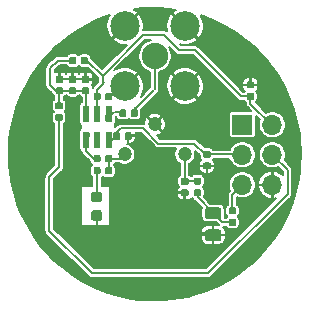
<source format=gbr>
G04 #@! TF.GenerationSoftware,KiCad,Pcbnew,(5.99.0-417-g8bd2765f3)*
G04 #@! TF.CreationDate,2020-07-21T00:36:45-04:00*
G04 #@! TF.ProjectId,tiav2,74696176-322e-46b6-9963-61645f706362,rev?*
G04 #@! TF.SameCoordinates,Original*
G04 #@! TF.FileFunction,Copper,L1,Top*
G04 #@! TF.FilePolarity,Positive*
%FSLAX46Y46*%
G04 Gerber Fmt 4.6, Leading zero omitted, Abs format (unit mm)*
G04 Created by KiCad (PCBNEW (5.99.0-417-g8bd2765f3)) date 2020-07-21 00:36:45*
%MOMM*%
%LPD*%
G04 APERTURE LIST*
%ADD10C,2.240000*%
%ADD11C,2.499995*%
%ADD12C,1.200000*%
%ADD13R,1.700000X1.700000*%
%ADD14O,1.700000X1.700000*%
%ADD15R,0.558800X1.473200*%
%ADD16C,0.600000*%
%ADD17C,0.200000*%
G04 APERTURE END LIST*
G04 #@! TA.AperFunction,SMDPad,CuDef*
G36*
X195324346Y-100072028D02*
G01*
X195372198Y-100104002D01*
X195404172Y-100151854D01*
X195415400Y-100208300D01*
X195415400Y-100553300D01*
X195404172Y-100609746D01*
X195372198Y-100657598D01*
X195324346Y-100689572D01*
X195267900Y-100700800D01*
X194972900Y-100700800D01*
X194916454Y-100689572D01*
X194868602Y-100657598D01*
X194836628Y-100609746D01*
X194825400Y-100553300D01*
X194825400Y-100208300D01*
X194836628Y-100151854D01*
X194868602Y-100104002D01*
X194916454Y-100072028D01*
X194972900Y-100060800D01*
X195267900Y-100060800D01*
X195324346Y-100072028D01*
G37*
G04 #@! TD.AperFunction*
G04 #@! TA.AperFunction,SMDPad,CuDef*
G36*
X196294346Y-100072028D02*
G01*
X196342198Y-100104002D01*
X196374172Y-100151854D01*
X196385400Y-100208300D01*
X196385400Y-100553300D01*
X196374172Y-100609746D01*
X196342198Y-100657598D01*
X196294346Y-100689572D01*
X196237900Y-100700800D01*
X195942900Y-100700800D01*
X195886454Y-100689572D01*
X195838602Y-100657598D01*
X195806628Y-100609746D01*
X195795400Y-100553300D01*
X195795400Y-100208300D01*
X195806628Y-100151854D01*
X195838602Y-100104002D01*
X195886454Y-100072028D01*
X195942900Y-100060800D01*
X196237900Y-100060800D01*
X196294346Y-100072028D01*
G37*
G04 #@! TD.AperFunction*
G04 #@! TA.AperFunction,SMDPad,CuDef*
G36*
X203848546Y-101989628D02*
G01*
X203896398Y-102021602D01*
X203928372Y-102069454D01*
X203939600Y-102125900D01*
X203939600Y-102420900D01*
X203928372Y-102477346D01*
X203896398Y-102525198D01*
X203848546Y-102557172D01*
X203792100Y-102568400D01*
X203447100Y-102568400D01*
X203390654Y-102557172D01*
X203342802Y-102525198D01*
X203310828Y-102477346D01*
X203299600Y-102420900D01*
X203299600Y-102125900D01*
X203310828Y-102069454D01*
X203342802Y-102021602D01*
X203390654Y-101989628D01*
X203447100Y-101978400D01*
X203792100Y-101978400D01*
X203848546Y-101989628D01*
G37*
G04 #@! TD.AperFunction*
G04 #@! TA.AperFunction,SMDPad,CuDef*
G36*
X203848546Y-102959628D02*
G01*
X203896398Y-102991602D01*
X203928372Y-103039454D01*
X203939600Y-103095900D01*
X203939600Y-103390900D01*
X203928372Y-103447346D01*
X203896398Y-103495198D01*
X203848546Y-103527172D01*
X203792100Y-103538400D01*
X203447100Y-103538400D01*
X203390654Y-103527172D01*
X203342802Y-103495198D01*
X203310828Y-103447346D01*
X203299600Y-103390900D01*
X203299600Y-103095900D01*
X203310828Y-103039454D01*
X203342802Y-102991602D01*
X203390654Y-102959628D01*
X203447100Y-102948400D01*
X203792100Y-102948400D01*
X203848546Y-102959628D01*
G37*
G04 #@! TD.AperFunction*
G04 #@! TA.AperFunction,SMDPad,CuDef*
G36*
X192125946Y-96594228D02*
G01*
X192173798Y-96626202D01*
X192205772Y-96674054D01*
X192217000Y-96730500D01*
X192217000Y-97025500D01*
X192205772Y-97081946D01*
X192173798Y-97129798D01*
X192125946Y-97161772D01*
X192069500Y-97173000D01*
X191724500Y-97173000D01*
X191668054Y-97161772D01*
X191620202Y-97129798D01*
X191588228Y-97081946D01*
X191577000Y-97025500D01*
X191577000Y-96730500D01*
X191588228Y-96674054D01*
X191620202Y-96626202D01*
X191668054Y-96594228D01*
X191724500Y-96583000D01*
X192069500Y-96583000D01*
X192125946Y-96594228D01*
G37*
G04 #@! TD.AperFunction*
G04 #@! TA.AperFunction,SMDPad,CuDef*
G36*
X192125946Y-95624228D02*
G01*
X192173798Y-95656202D01*
X192205772Y-95704054D01*
X192217000Y-95760500D01*
X192217000Y-96055500D01*
X192205772Y-96111946D01*
X192173798Y-96159798D01*
X192125946Y-96191772D01*
X192069500Y-96203000D01*
X191724500Y-96203000D01*
X191668054Y-96191772D01*
X191620202Y-96159798D01*
X191588228Y-96111946D01*
X191577000Y-96055500D01*
X191577000Y-95760500D01*
X191588228Y-95704054D01*
X191620202Y-95656202D01*
X191668054Y-95624228D01*
X191724500Y-95613000D01*
X192069500Y-95613000D01*
X192125946Y-95624228D01*
G37*
G04 #@! TD.AperFunction*
G04 #@! TA.AperFunction,SMDPad,CuDef*
G36*
X193266946Y-91766228D02*
G01*
X193314798Y-91798202D01*
X193346772Y-91846054D01*
X193358000Y-91902500D01*
X193358000Y-92247500D01*
X193346772Y-92303946D01*
X193314798Y-92351798D01*
X193266946Y-92383772D01*
X193210500Y-92395000D01*
X192915500Y-92395000D01*
X192859054Y-92383772D01*
X192811202Y-92351798D01*
X192779228Y-92303946D01*
X192768000Y-92247500D01*
X192768000Y-91902500D01*
X192779228Y-91846054D01*
X192811202Y-91798202D01*
X192859054Y-91766228D01*
X192915500Y-91755000D01*
X193210500Y-91755000D01*
X193266946Y-91766228D01*
G37*
G04 #@! TD.AperFunction*
G04 #@! TA.AperFunction,SMDPad,CuDef*
G36*
X194236946Y-91766228D02*
G01*
X194284798Y-91798202D01*
X194316772Y-91846054D01*
X194328000Y-91902500D01*
X194328000Y-92247500D01*
X194316772Y-92303946D01*
X194284798Y-92351798D01*
X194236946Y-92383772D01*
X194180500Y-92395000D01*
X193885500Y-92395000D01*
X193829054Y-92383772D01*
X193781202Y-92351798D01*
X193749228Y-92303946D01*
X193738000Y-92247500D01*
X193738000Y-91902500D01*
X193749228Y-91846054D01*
X193781202Y-91798202D01*
X193829054Y-91766228D01*
X193885500Y-91755000D01*
X194180500Y-91755000D01*
X194236946Y-91766228D01*
G37*
G04 #@! TD.AperFunction*
G04 #@! TA.AperFunction,SMDPad,CuDef*
G36*
X196294346Y-101088028D02*
G01*
X196342198Y-101120002D01*
X196374172Y-101167854D01*
X196385400Y-101224300D01*
X196385400Y-101569300D01*
X196374172Y-101625746D01*
X196342198Y-101673598D01*
X196294346Y-101705572D01*
X196237900Y-101716800D01*
X195942900Y-101716800D01*
X195886454Y-101705572D01*
X195838602Y-101673598D01*
X195806628Y-101625746D01*
X195795400Y-101569300D01*
X195795400Y-101224300D01*
X195806628Y-101167854D01*
X195838602Y-101120002D01*
X195886454Y-101088028D01*
X195942900Y-101076800D01*
X196237900Y-101076800D01*
X196294346Y-101088028D01*
G37*
G04 #@! TD.AperFunction*
G04 #@! TA.AperFunction,SMDPad,CuDef*
G36*
X195324346Y-101088028D02*
G01*
X195372198Y-101120002D01*
X195404172Y-101167854D01*
X195415400Y-101224300D01*
X195415400Y-101569300D01*
X195404172Y-101625746D01*
X195372198Y-101673598D01*
X195324346Y-101705572D01*
X195267900Y-101716800D01*
X194972900Y-101716800D01*
X194916454Y-101705572D01*
X194868602Y-101673598D01*
X194836628Y-101625746D01*
X194825400Y-101569300D01*
X194825400Y-101224300D01*
X194836628Y-101167854D01*
X194868602Y-101120002D01*
X194916454Y-101088028D01*
X194972900Y-101076800D01*
X195267900Y-101076800D01*
X195324346Y-101088028D01*
G37*
G04 #@! TD.AperFunction*
G04 #@! TA.AperFunction,SMDPad,CuDef*
G36*
X206808946Y-105484228D02*
G01*
X206856798Y-105516202D01*
X206888772Y-105564054D01*
X206900000Y-105620500D01*
X206900000Y-105915500D01*
X206888772Y-105971946D01*
X206856798Y-106019798D01*
X206808946Y-106051772D01*
X206752500Y-106063000D01*
X206407500Y-106063000D01*
X206351054Y-106051772D01*
X206303202Y-106019798D01*
X206271228Y-105971946D01*
X206260000Y-105915500D01*
X206260000Y-105620500D01*
X206271228Y-105564054D01*
X206303202Y-105516202D01*
X206351054Y-105484228D01*
X206407500Y-105473000D01*
X206752500Y-105473000D01*
X206808946Y-105484228D01*
G37*
G04 #@! TD.AperFunction*
G04 #@! TA.AperFunction,SMDPad,CuDef*
G36*
X206808946Y-104514228D02*
G01*
X206856798Y-104546202D01*
X206888772Y-104594054D01*
X206900000Y-104650500D01*
X206900000Y-104945500D01*
X206888772Y-105001946D01*
X206856798Y-105049798D01*
X206808946Y-105081772D01*
X206752500Y-105093000D01*
X206407500Y-105093000D01*
X206351054Y-105081772D01*
X206303202Y-105049798D01*
X206271228Y-105001946D01*
X206260000Y-104945500D01*
X206260000Y-104650500D01*
X206271228Y-104594054D01*
X206303202Y-104546202D01*
X206351054Y-104514228D01*
X206407500Y-104503000D01*
X206752500Y-104503000D01*
X206808946Y-104514228D01*
G37*
G04 #@! TD.AperFunction*
G04 #@! TA.AperFunction,SMDPad,CuDef*
G36*
X192177146Y-94339628D02*
G01*
X192224998Y-94371602D01*
X192256972Y-94419454D01*
X192268200Y-94475900D01*
X192268200Y-94770900D01*
X192256972Y-94827346D01*
X192224998Y-94875198D01*
X192177146Y-94907172D01*
X192120700Y-94918400D01*
X191775700Y-94918400D01*
X191719254Y-94907172D01*
X191671402Y-94875198D01*
X191639428Y-94827346D01*
X191628200Y-94770900D01*
X191628200Y-94475900D01*
X191639428Y-94419454D01*
X191671402Y-94371602D01*
X191719254Y-94339628D01*
X191775700Y-94328400D01*
X192120700Y-94328400D01*
X192177146Y-94339628D01*
G37*
G04 #@! TD.AperFunction*
G04 #@! TA.AperFunction,SMDPad,CuDef*
G36*
X192177146Y-93369628D02*
G01*
X192224998Y-93401602D01*
X192256972Y-93449454D01*
X192268200Y-93505900D01*
X192268200Y-93800900D01*
X192256972Y-93857346D01*
X192224998Y-93905198D01*
X192177146Y-93937172D01*
X192120700Y-93948400D01*
X191775700Y-93948400D01*
X191719254Y-93937172D01*
X191671402Y-93905198D01*
X191639428Y-93857346D01*
X191628200Y-93800900D01*
X191628200Y-93505900D01*
X191639428Y-93449454D01*
X191671402Y-93401602D01*
X191719254Y-93369628D01*
X191775700Y-93358400D01*
X192120700Y-93358400D01*
X192177146Y-93369628D01*
G37*
G04 #@! TD.AperFunction*
G04 #@! TA.AperFunction,SMDPad,CuDef*
G36*
X198478746Y-96211228D02*
G01*
X198526598Y-96243202D01*
X198558572Y-96291054D01*
X198569800Y-96347500D01*
X198569800Y-96692500D01*
X198558572Y-96748946D01*
X198526598Y-96796798D01*
X198478746Y-96828772D01*
X198422300Y-96840000D01*
X198127300Y-96840000D01*
X198070854Y-96828772D01*
X198023002Y-96796798D01*
X197991028Y-96748946D01*
X197979800Y-96692500D01*
X197979800Y-96347500D01*
X197991028Y-96291054D01*
X198023002Y-96243202D01*
X198070854Y-96211228D01*
X198127300Y-96200000D01*
X198422300Y-96200000D01*
X198478746Y-96211228D01*
G37*
G04 #@! TD.AperFunction*
G04 #@! TA.AperFunction,SMDPad,CuDef*
G36*
X197508746Y-96211228D02*
G01*
X197556598Y-96243202D01*
X197588572Y-96291054D01*
X197599800Y-96347500D01*
X197599800Y-96692500D01*
X197588572Y-96748946D01*
X197556598Y-96796798D01*
X197508746Y-96828772D01*
X197452300Y-96840000D01*
X197157300Y-96840000D01*
X197100854Y-96828772D01*
X197053002Y-96796798D01*
X197021028Y-96748946D01*
X197009800Y-96692500D01*
X197009800Y-96347500D01*
X197021028Y-96291054D01*
X197053002Y-96243202D01*
X197100854Y-96211228D01*
X197157300Y-96200000D01*
X197452300Y-96200000D01*
X197508746Y-96211228D01*
G37*
G04 #@! TD.AperFunction*
G04 #@! TA.AperFunction,SMDPad,CuDef*
G36*
X208328946Y-93846228D02*
G01*
X208376798Y-93878202D01*
X208408772Y-93926054D01*
X208420000Y-93982500D01*
X208420000Y-94277500D01*
X208408772Y-94333946D01*
X208376798Y-94381798D01*
X208328946Y-94413772D01*
X208272500Y-94425000D01*
X207927500Y-94425000D01*
X207871054Y-94413772D01*
X207823202Y-94381798D01*
X207791228Y-94333946D01*
X207780000Y-94277500D01*
X207780000Y-93982500D01*
X207791228Y-93926054D01*
X207823202Y-93878202D01*
X207871054Y-93846228D01*
X207927500Y-93835000D01*
X208272500Y-93835000D01*
X208328946Y-93846228D01*
G37*
G04 #@! TD.AperFunction*
G04 #@! TA.AperFunction,SMDPad,CuDef*
G36*
X208328946Y-94816228D02*
G01*
X208376798Y-94848202D01*
X208408772Y-94896054D01*
X208420000Y-94952500D01*
X208420000Y-95247500D01*
X208408772Y-95303946D01*
X208376798Y-95351798D01*
X208328946Y-95383772D01*
X208272500Y-95395000D01*
X207927500Y-95395000D01*
X207871054Y-95383772D01*
X207823202Y-95351798D01*
X207791228Y-95303946D01*
X207780000Y-95247500D01*
X207780000Y-94952500D01*
X207791228Y-94896054D01*
X207823202Y-94848202D01*
X207871054Y-94816228D01*
X207927500Y-94805000D01*
X208272500Y-94805000D01*
X208328946Y-94816228D01*
G37*
G04 #@! TD.AperFunction*
G04 #@! TA.AperFunction,SMDPad,CuDef*
G36*
X196288946Y-94791228D02*
G01*
X196336798Y-94823202D01*
X196368772Y-94871054D01*
X196380000Y-94927500D01*
X196380000Y-95272500D01*
X196368772Y-95328946D01*
X196336798Y-95376798D01*
X196288946Y-95408772D01*
X196232500Y-95420000D01*
X195937500Y-95420000D01*
X195881054Y-95408772D01*
X195833202Y-95376798D01*
X195801228Y-95328946D01*
X195790000Y-95272500D01*
X195790000Y-94927500D01*
X195801228Y-94871054D01*
X195833202Y-94823202D01*
X195881054Y-94791228D01*
X195937500Y-94780000D01*
X196232500Y-94780000D01*
X196288946Y-94791228D01*
G37*
G04 #@! TD.AperFunction*
G04 #@! TA.AperFunction,SMDPad,CuDef*
G36*
X195318946Y-94791228D02*
G01*
X195366798Y-94823202D01*
X195398772Y-94871054D01*
X195410000Y-94927500D01*
X195410000Y-95272500D01*
X195398772Y-95328946D01*
X195366798Y-95376798D01*
X195318946Y-95408772D01*
X195262500Y-95420000D01*
X194967500Y-95420000D01*
X194911054Y-95408772D01*
X194863202Y-95376798D01*
X194831228Y-95328946D01*
X194820000Y-95272500D01*
X194820000Y-94927500D01*
X194831228Y-94871054D01*
X194863202Y-94823202D01*
X194911054Y-94791228D01*
X194967500Y-94780000D01*
X195262500Y-94780000D01*
X195318946Y-94791228D01*
G37*
G04 #@! TD.AperFunction*
G04 #@! TA.AperFunction,SMDPad,CuDef*
G36*
X193277146Y-93369628D02*
G01*
X193324998Y-93401602D01*
X193356972Y-93449454D01*
X193368200Y-93505900D01*
X193368200Y-93800900D01*
X193356972Y-93857346D01*
X193324998Y-93905198D01*
X193277146Y-93937172D01*
X193220700Y-93948400D01*
X192875700Y-93948400D01*
X192819254Y-93937172D01*
X192771402Y-93905198D01*
X192739428Y-93857346D01*
X192728200Y-93800900D01*
X192728200Y-93505900D01*
X192739428Y-93449454D01*
X192771402Y-93401602D01*
X192819254Y-93369628D01*
X192875700Y-93358400D01*
X193220700Y-93358400D01*
X193277146Y-93369628D01*
G37*
G04 #@! TD.AperFunction*
G04 #@! TA.AperFunction,SMDPad,CuDef*
G36*
X193277146Y-94339628D02*
G01*
X193324998Y-94371602D01*
X193356972Y-94419454D01*
X193368200Y-94475900D01*
X193368200Y-94770900D01*
X193356972Y-94827346D01*
X193324998Y-94875198D01*
X193277146Y-94907172D01*
X193220700Y-94918400D01*
X192875700Y-94918400D01*
X192819254Y-94907172D01*
X192771402Y-94875198D01*
X192739428Y-94827346D01*
X192728200Y-94770900D01*
X192728200Y-94475900D01*
X192739428Y-94419454D01*
X192771402Y-94371602D01*
X192819254Y-94339628D01*
X192875700Y-94328400D01*
X193220700Y-94328400D01*
X193277146Y-94339628D01*
G37*
G04 #@! TD.AperFunction*
G04 #@! TA.AperFunction,SMDPad,CuDef*
G36*
X194377146Y-93369628D02*
G01*
X194424998Y-93401602D01*
X194456972Y-93449454D01*
X194468200Y-93505900D01*
X194468200Y-93800900D01*
X194456972Y-93857346D01*
X194424998Y-93905198D01*
X194377146Y-93937172D01*
X194320700Y-93948400D01*
X193975700Y-93948400D01*
X193919254Y-93937172D01*
X193871402Y-93905198D01*
X193839428Y-93857346D01*
X193828200Y-93800900D01*
X193828200Y-93505900D01*
X193839428Y-93449454D01*
X193871402Y-93401602D01*
X193919254Y-93369628D01*
X193975700Y-93358400D01*
X194320700Y-93358400D01*
X194377146Y-93369628D01*
G37*
G04 #@! TD.AperFunction*
G04 #@! TA.AperFunction,SMDPad,CuDef*
G36*
X194377146Y-94339628D02*
G01*
X194424998Y-94371602D01*
X194456972Y-94419454D01*
X194468200Y-94475900D01*
X194468200Y-94770900D01*
X194456972Y-94827346D01*
X194424998Y-94875198D01*
X194377146Y-94907172D01*
X194320700Y-94918400D01*
X193975700Y-94918400D01*
X193919254Y-94907172D01*
X193871402Y-94875198D01*
X193839428Y-94827346D01*
X193828200Y-94770900D01*
X193828200Y-94475900D01*
X193839428Y-94419454D01*
X193871402Y-94371602D01*
X193919254Y-94339628D01*
X193975700Y-94328400D01*
X194320700Y-94328400D01*
X194377146Y-94339628D01*
G37*
G04 #@! TD.AperFunction*
G04 #@! TA.AperFunction,SMDPad,CuDef*
G36*
X204648146Y-100701228D02*
G01*
X204695998Y-100733202D01*
X204727972Y-100781054D01*
X204739200Y-100837500D01*
X204739200Y-101132500D01*
X204727972Y-101188946D01*
X204695998Y-101236798D01*
X204648146Y-101268772D01*
X204591700Y-101280000D01*
X204246700Y-101280000D01*
X204190254Y-101268772D01*
X204142402Y-101236798D01*
X204110428Y-101188946D01*
X204099200Y-101132500D01*
X204099200Y-100837500D01*
X204110428Y-100781054D01*
X204142402Y-100733202D01*
X204190254Y-100701228D01*
X204246700Y-100690000D01*
X204591700Y-100690000D01*
X204648146Y-100701228D01*
G37*
G04 #@! TD.AperFunction*
G04 #@! TA.AperFunction,SMDPad,CuDef*
G36*
X204648146Y-99731228D02*
G01*
X204695998Y-99763202D01*
X204727972Y-99811054D01*
X204739200Y-99867500D01*
X204739200Y-100162500D01*
X204727972Y-100218946D01*
X204695998Y-100266798D01*
X204648146Y-100298772D01*
X204591700Y-100310000D01*
X204246700Y-100310000D01*
X204190254Y-100298772D01*
X204142402Y-100266798D01*
X204110428Y-100218946D01*
X204099200Y-100162500D01*
X204099200Y-99867500D01*
X204110428Y-99811054D01*
X204142402Y-99763202D01*
X204190254Y-99731228D01*
X204246700Y-99720000D01*
X204591700Y-99720000D01*
X204648146Y-99731228D01*
G37*
G04 #@! TD.AperFunction*
G04 #@! TA.AperFunction,SMDPad,CuDef*
G36*
X197945346Y-98141628D02*
G01*
X197993198Y-98173602D01*
X198025172Y-98221454D01*
X198036400Y-98277900D01*
X198036400Y-98622900D01*
X198025172Y-98679346D01*
X197993198Y-98727198D01*
X197945346Y-98759172D01*
X197888900Y-98770400D01*
X197593900Y-98770400D01*
X197537454Y-98759172D01*
X197489602Y-98727198D01*
X197457628Y-98679346D01*
X197446400Y-98622900D01*
X197446400Y-98277900D01*
X197457628Y-98221454D01*
X197489602Y-98173602D01*
X197537454Y-98141628D01*
X197593900Y-98130400D01*
X197888900Y-98130400D01*
X197945346Y-98141628D01*
G37*
G04 #@! TD.AperFunction*
G04 #@! TA.AperFunction,SMDPad,CuDef*
G36*
X196975346Y-98141628D02*
G01*
X197023198Y-98173602D01*
X197055172Y-98221454D01*
X197066400Y-98277900D01*
X197066400Y-98622900D01*
X197055172Y-98679346D01*
X197023198Y-98727198D01*
X196975346Y-98759172D01*
X196918900Y-98770400D01*
X196623900Y-98770400D01*
X196567454Y-98759172D01*
X196519602Y-98727198D01*
X196487628Y-98679346D01*
X196476400Y-98622900D01*
X196476400Y-98277900D01*
X196487628Y-98221454D01*
X196519602Y-98173602D01*
X196567454Y-98141628D01*
X196623900Y-98130400D01*
X196918900Y-98130400D01*
X196975346Y-98141628D01*
G37*
G04 #@! TD.AperFunction*
G04 #@! TA.AperFunction,SMDPad,CuDef*
G36*
X202768546Y-102969628D02*
G01*
X202816398Y-103001602D01*
X202848372Y-103049454D01*
X202859600Y-103105900D01*
X202859600Y-103400900D01*
X202848372Y-103457346D01*
X202816398Y-103505198D01*
X202768546Y-103537172D01*
X202712100Y-103548400D01*
X202367100Y-103548400D01*
X202310654Y-103537172D01*
X202262802Y-103505198D01*
X202230828Y-103457346D01*
X202219600Y-103400900D01*
X202219600Y-103105900D01*
X202230828Y-103049454D01*
X202262802Y-103001602D01*
X202310654Y-102969628D01*
X202367100Y-102958400D01*
X202712100Y-102958400D01*
X202768546Y-102969628D01*
G37*
G04 #@! TD.AperFunction*
G04 #@! TA.AperFunction,SMDPad,CuDef*
G36*
X202768546Y-101999628D02*
G01*
X202816398Y-102031602D01*
X202848372Y-102079454D01*
X202859600Y-102135900D01*
X202859600Y-102430900D01*
X202848372Y-102487346D01*
X202816398Y-102535198D01*
X202768546Y-102567172D01*
X202712100Y-102578400D01*
X202367100Y-102578400D01*
X202310654Y-102567172D01*
X202262802Y-102535198D01*
X202230828Y-102487346D01*
X202219600Y-102430900D01*
X202219600Y-102135900D01*
X202230828Y-102079454D01*
X202262802Y-102031602D01*
X202310654Y-101999628D01*
X202367100Y-101988400D01*
X202712100Y-101988400D01*
X202768546Y-101999628D01*
G37*
G04 #@! TD.AperFunction*
D10*
X200025000Y-91694000D03*
D11*
X197485000Y-89154000D03*
X202565000Y-89154000D03*
X202565000Y-94234000D03*
X197485000Y-94234000D03*
D12*
X200000000Y-97460000D03*
X197460000Y-100000000D03*
X202540000Y-100000000D03*
D13*
X207410000Y-97510000D03*
D14*
X209950000Y-97510000D03*
X207410000Y-100050000D03*
X209950000Y-100050000D03*
X207410000Y-102590000D03*
X209950000Y-102590000D03*
D15*
X196098201Y-98806000D03*
X195148200Y-98806000D03*
X194198199Y-98806000D03*
X194198199Y-96570800D03*
X195148200Y-96570800D03*
X196098201Y-96570800D03*
G04 #@! TA.AperFunction,SMDPad,CuDef*
G36*
X195411962Y-104760651D02*
G01*
X195482930Y-104808070D01*
X195530349Y-104879038D01*
X195547000Y-104962750D01*
X195547000Y-105400250D01*
X195530349Y-105483962D01*
X195482930Y-105554930D01*
X195411962Y-105602349D01*
X195328250Y-105619000D01*
X194815750Y-105619000D01*
X194732038Y-105602349D01*
X194661070Y-105554930D01*
X194613651Y-105483962D01*
X194597000Y-105400250D01*
X194597000Y-104962750D01*
X194613651Y-104879038D01*
X194661070Y-104808070D01*
X194732038Y-104760651D01*
X194815750Y-104744000D01*
X195328250Y-104744000D01*
X195411962Y-104760651D01*
G37*
G04 #@! TD.AperFunction*
G04 #@! TA.AperFunction,SMDPad,CuDef*
G36*
X195411962Y-103185651D02*
G01*
X195482930Y-103233070D01*
X195530349Y-103304038D01*
X195547000Y-103387750D01*
X195547000Y-103825250D01*
X195530349Y-103908962D01*
X195482930Y-103979930D01*
X195411962Y-104027349D01*
X195328250Y-104044000D01*
X194815750Y-104044000D01*
X194732038Y-104027349D01*
X194661070Y-103979930D01*
X194613651Y-103908962D01*
X194597000Y-103825250D01*
X194597000Y-103387750D01*
X194613651Y-103304038D01*
X194661070Y-103233070D01*
X194732038Y-103185651D01*
X194815750Y-103169000D01*
X195328250Y-103169000D01*
X195411962Y-103185651D01*
G37*
G04 #@! TD.AperFunction*
G04 #@! TA.AperFunction,SMDPad,CuDef*
G36*
X205489529Y-106386554D02*
G01*
X205568607Y-106439393D01*
X205621446Y-106518471D01*
X205640000Y-106611750D01*
X205640000Y-107099250D01*
X205621446Y-107192529D01*
X205568607Y-107271607D01*
X205489529Y-107324446D01*
X205396250Y-107343000D01*
X204483750Y-107343000D01*
X204390471Y-107324446D01*
X204311393Y-107271607D01*
X204258554Y-107192529D01*
X204240000Y-107099250D01*
X204240000Y-106611750D01*
X204258554Y-106518471D01*
X204311393Y-106439393D01*
X204390471Y-106386554D01*
X204483750Y-106368000D01*
X205396250Y-106368000D01*
X205489529Y-106386554D01*
G37*
G04 #@! TD.AperFunction*
G04 #@! TA.AperFunction,SMDPad,CuDef*
G36*
X205489529Y-104511554D02*
G01*
X205568607Y-104564393D01*
X205621446Y-104643471D01*
X205640000Y-104736750D01*
X205640000Y-105224250D01*
X205621446Y-105317529D01*
X205568607Y-105396607D01*
X205489529Y-105449446D01*
X205396250Y-105468000D01*
X204483750Y-105468000D01*
X204390471Y-105449446D01*
X204311393Y-105396607D01*
X204258554Y-105317529D01*
X204240000Y-105224250D01*
X204240000Y-104736750D01*
X204258554Y-104643471D01*
X204311393Y-104564393D01*
X204390471Y-104511554D01*
X204483750Y-104493000D01*
X205396250Y-104493000D01*
X205489529Y-104511554D01*
G37*
G04 #@! TD.AperFunction*
D16*
X211900000Y-100250000D03*
X209350000Y-106800000D03*
X193040000Y-96139000D03*
X191109600Y-100787200D03*
X195072000Y-106832400D03*
X190296800Y-104190800D03*
X190855600Y-95656400D03*
X191389000Y-107696000D03*
X196469000Y-110845600D03*
X199644000Y-109474000D03*
X203708000Y-110845600D03*
X206650000Y-106850000D03*
X192887600Y-100888800D03*
X198424800Y-101803200D03*
X198550000Y-98400000D03*
X200400000Y-99950000D03*
X203400000Y-97150000D03*
X206197200Y-92100400D03*
X194945000Y-93638400D03*
X201669600Y-103218400D03*
X203480000Y-106700000D03*
X209050000Y-94200000D03*
X203610000Y-101000000D03*
X195630800Y-91897200D03*
X194248999Y-98348800D03*
X196077799Y-96926400D03*
D17*
X211250000Y-103350000D02*
X211250000Y-101350000D01*
X211250000Y-101350000D02*
X209950000Y-100050000D01*
X204525999Y-110074001D02*
X211250000Y-103350000D01*
X194656001Y-110074001D02*
X204525999Y-110074001D01*
X191058800Y-101955600D02*
X191897000Y-101117400D01*
X191897000Y-101117400D02*
X191897000Y-96878000D01*
X191058800Y-106476800D02*
X191058800Y-101955600D01*
X194656001Y-110074001D02*
X191058800Y-106476800D01*
X208100000Y-94130000D02*
X208980000Y-94130000D01*
X208980000Y-94130000D02*
X209050000Y-94200000D01*
X208100000Y-95100000D02*
X208100000Y-95710000D01*
X208100000Y-95710000D02*
X209950000Y-97560000D01*
X204419200Y-100015000D02*
X207325000Y-100015000D01*
X207325000Y-100015000D02*
X207410000Y-100100000D01*
X206580000Y-104798000D02*
X206580000Y-103470000D01*
X206580000Y-103470000D02*
X207410000Y-102640000D01*
X200787000Y-89916000D02*
X199016998Y-89916000D01*
X199016998Y-89916000D02*
X195580000Y-93352998D01*
X195580000Y-93352998D02*
X195580000Y-93385398D01*
X202057000Y-91186000D02*
X200787000Y-89916000D01*
X203397998Y-91186000D02*
X202057000Y-91186000D01*
X208100000Y-95100000D02*
X207311998Y-95100000D01*
X207311998Y-95100000D02*
X203397998Y-91186000D01*
X191770000Y-92075000D02*
X191135000Y-92710000D01*
X193063000Y-92075000D02*
X191770000Y-92075000D01*
X191135000Y-92710000D02*
X191135000Y-94130200D01*
X191135000Y-94130200D02*
X191628200Y-94623400D01*
X191628200Y-94623400D02*
X191948200Y-94623400D01*
X196098201Y-98806000D02*
X196415800Y-98806000D01*
X196415800Y-98806000D02*
X196771400Y-98450400D01*
X195095000Y-94559002D02*
X195690501Y-93963501D01*
X194033000Y-92075000D02*
X194269602Y-92075000D01*
X194269602Y-92075000D02*
X195580000Y-93385398D01*
X195580000Y-93385398D02*
X195580000Y-93853000D01*
X195580000Y-93853000D02*
X195690501Y-93963501D01*
X191897000Y-95908000D02*
X191897000Y-94674600D01*
X191897000Y-94674600D02*
X191948200Y-94623400D01*
X195056850Y-101460350D02*
X195120400Y-101396800D01*
X196183200Y-94988400D02*
X197098200Y-94988400D01*
X195148200Y-96570800D02*
X195148200Y-95053400D01*
X195133200Y-93653400D02*
X195148200Y-93638400D01*
X194148200Y-93653400D02*
X195133200Y-93653400D01*
X193048200Y-93653400D02*
X191948200Y-93653400D01*
X194148200Y-93653400D02*
X193048200Y-93653400D01*
X193048200Y-94623400D02*
X191948200Y-94623400D01*
X194148200Y-94623400D02*
X193048200Y-94623400D01*
X194198199Y-96570800D02*
X194198199Y-94673399D01*
X202539600Y-102283400D02*
X203729600Y-102283400D01*
X202540000Y-101985000D02*
X202540000Y-100000000D01*
X202539600Y-103253400D02*
X201704600Y-103253400D01*
X201704600Y-103253400D02*
X201669600Y-103218400D01*
X204950000Y-106690000D02*
X203490000Y-106690000D01*
X203490000Y-106690000D02*
X203480000Y-106700000D01*
X204630000Y-101005000D02*
X203615000Y-101005000D01*
X203615000Y-101005000D02*
X203610000Y-101000000D01*
X196555401Y-96393000D02*
X196098201Y-96850200D01*
X197131998Y-96393000D02*
X196596000Y-96393000D01*
X196113400Y-98821199D02*
X196098201Y-98806000D01*
X200000000Y-94513400D02*
X200000000Y-92407680D01*
X200000000Y-92704680D02*
X200000000Y-92040000D01*
X197791800Y-98400000D02*
X197741400Y-98450400D01*
X198577200Y-98400000D02*
X197791800Y-98400000D01*
X197079200Y-100380800D02*
X197460000Y-100000000D01*
X196090400Y-100380800D02*
X197079200Y-100380800D01*
X196090400Y-100380800D02*
X196090400Y-101396800D01*
X194198199Y-99753599D02*
X194198199Y-99742600D01*
X194825400Y-100380800D02*
X194198199Y-99753599D01*
X194198199Y-99742600D02*
X194198199Y-98806000D01*
X195120400Y-100380800D02*
X194825400Y-100380800D01*
X195095000Y-94996000D02*
X195095000Y-94559002D01*
X198274800Y-96200000D02*
X198462800Y-96012000D01*
X198274800Y-96520000D02*
X198274800Y-96200000D01*
X198462800Y-96012000D02*
X198501000Y-96012000D01*
X198526400Y-95961200D02*
X198501000Y-96012000D01*
X198501000Y-96012000D02*
X199956600Y-94531000D01*
X196771400Y-98130400D02*
X197101801Y-97799999D01*
X196771400Y-98450400D02*
X196771400Y-98130400D01*
X204277000Y-100015000D02*
X204597000Y-100015000D01*
X200307997Y-99099999D02*
X203361999Y-99099999D01*
X203361999Y-99099999D02*
X204277000Y-100015000D01*
X199007997Y-97799999D02*
X200307997Y-99099999D01*
X197101801Y-97799999D02*
X199007997Y-97799999D01*
X195120400Y-103558100D02*
X195072000Y-103606500D01*
X195120400Y-101396800D02*
X195120400Y-103558100D01*
X195072000Y-105181500D02*
X195072000Y-106832400D01*
X205727500Y-105768000D02*
X204940000Y-104980500D01*
X206580000Y-105768000D02*
X205727500Y-105768000D01*
X203619600Y-103660100D02*
X203619600Y-103243400D01*
X204940000Y-104980500D02*
X203619600Y-103660100D01*
G36*
X200432077Y-87626984D02*
G01*
X201122080Y-87670395D01*
X201793037Y-87750402D01*
X201601643Y-87870929D01*
X201451765Y-88003995D01*
X203716276Y-90268506D01*
X203867964Y-90090275D01*
X204003387Y-89864895D01*
X204100180Y-89620424D01*
X204156002Y-89362234D01*
X204164275Y-89023734D01*
X204121131Y-88763127D01*
X204036396Y-88514219D01*
X203912146Y-88282492D01*
X203884179Y-88246176D01*
X204477128Y-88457316D01*
X205114449Y-88725221D01*
X205735876Y-89028311D01*
X206339377Y-89365597D01*
X206923117Y-89736049D01*
X207485276Y-90138517D01*
X208024086Y-90571730D01*
X208537875Y-91034348D01*
X209025034Y-91524919D01*
X209484054Y-92041927D01*
X209913509Y-92583763D01*
X210312026Y-93148698D01*
X210678404Y-93735025D01*
X211011476Y-94340879D01*
X211310199Y-94964365D01*
X211573665Y-95603580D01*
X211801031Y-96256488D01*
X211991600Y-96921079D01*
X212144772Y-97595267D01*
X212260072Y-98276967D01*
X212337137Y-98964014D01*
X212375615Y-99652246D01*
X212303113Y-101382098D01*
X212207181Y-102064691D01*
X212072892Y-102742898D01*
X211900957Y-103412543D01*
X211691908Y-104071550D01*
X211446394Y-104717870D01*
X211165189Y-105349464D01*
X210849166Y-105964380D01*
X210499309Y-106560696D01*
X210116705Y-107136561D01*
X209702566Y-107690153D01*
X209258161Y-108219774D01*
X208784880Y-108723768D01*
X208284212Y-109200547D01*
X207757699Y-109648644D01*
X207207018Y-110066634D01*
X206633829Y-110453254D01*
X206039973Y-110807264D01*
X205427286Y-111127568D01*
X204797657Y-111413182D01*
X204153085Y-111663194D01*
X203495544Y-111876843D01*
X202827106Y-112053451D01*
X202149859Y-112192470D01*
X201465916Y-112293466D01*
X200777378Y-112356128D01*
X200086421Y-112380257D01*
X199395214Y-112365778D01*
X198705877Y-112312736D01*
X198020581Y-112221299D01*
X197341458Y-112091748D01*
X196670635Y-111924494D01*
X196010168Y-111720045D01*
X195362162Y-111479054D01*
X194728611Y-111202263D01*
X194111513Y-110890544D01*
X193512762Y-110544855D01*
X192934244Y-110166282D01*
X192377768Y-109756014D01*
X191845055Y-109315315D01*
X191337778Y-108845572D01*
X190857507Y-108348236D01*
X190405756Y-107824878D01*
X189983917Y-107277109D01*
X189593318Y-106706652D01*
X189235169Y-106115279D01*
X188910587Y-105504829D01*
X188620590Y-104877218D01*
X188366082Y-104234404D01*
X188147851Y-103578379D01*
X187966580Y-102911189D01*
X187822836Y-102234930D01*
X187786656Y-102001220D01*
X190652093Y-102001220D01*
X190659801Y-102023293D01*
X190659800Y-106408754D01*
X190652174Y-106430471D01*
X190659800Y-106499004D01*
X190659800Y-106521769D01*
X190664746Y-106543451D01*
X190672312Y-106611437D01*
X190684793Y-106631333D01*
X190690026Y-106654276D01*
X190733072Y-106708296D01*
X190744931Y-106727201D01*
X190760713Y-106742984D01*
X190803472Y-106796643D01*
X190824530Y-106806801D01*
X194325749Y-110308021D01*
X194335713Y-110328770D01*
X194389564Y-110371836D01*
X194405662Y-110387934D01*
X194424491Y-110399768D01*
X194477916Y-110442493D01*
X194500811Y-110447736D01*
X194520733Y-110460258D01*
X194589357Y-110468016D01*
X194611122Y-110473001D01*
X194633449Y-110473001D01*
X194701620Y-110480708D01*
X194723690Y-110473001D01*
X204457953Y-110473001D01*
X204479670Y-110480627D01*
X204548203Y-110473001D01*
X204570968Y-110473001D01*
X204592656Y-110468054D01*
X204660634Y-110460489D01*
X204680531Y-110448008D01*
X204703478Y-110442773D01*
X204757497Y-110399727D01*
X204776400Y-110387870D01*
X204792180Y-110372090D01*
X204845843Y-110329329D01*
X204856001Y-110308270D01*
X211484021Y-103680251D01*
X211504768Y-103670288D01*
X211547833Y-103616439D01*
X211563933Y-103600338D01*
X211575766Y-103581512D01*
X211618492Y-103528086D01*
X211623735Y-103505190D01*
X211636257Y-103485268D01*
X211644015Y-103416644D01*
X211649000Y-103394879D01*
X211649000Y-103372552D01*
X211656707Y-103304381D01*
X211649000Y-103282311D01*
X211649000Y-101418046D01*
X211656626Y-101396329D01*
X211649000Y-101327792D01*
X211649000Y-101305030D01*
X211644054Y-101283351D01*
X211636489Y-101215363D01*
X211624007Y-101195466D01*
X211618773Y-101172522D01*
X211575729Y-101118505D01*
X211563869Y-101099598D01*
X211548085Y-101083814D01*
X211505328Y-101030156D01*
X211484271Y-101019999D01*
X210994136Y-100529865D01*
X211045529Y-100414434D01*
X211095605Y-100194024D01*
X211099181Y-99938020D01*
X211055278Y-99716296D01*
X210969411Y-99507969D01*
X210844715Y-99320288D01*
X210685941Y-99160401D01*
X210499135Y-99034397D01*
X210291411Y-98947079D01*
X210070684Y-98901770D01*
X209845359Y-98900197D01*
X209624021Y-98942420D01*
X209415100Y-99026829D01*
X209226552Y-99150212D01*
X209065560Y-99307867D01*
X208938256Y-99493789D01*
X208849490Y-99700898D01*
X208802640Y-99921302D01*
X208799494Y-100146611D01*
X208840171Y-100368238D01*
X208923121Y-100577745D01*
X209045183Y-100767150D01*
X209201710Y-100929238D01*
X209386739Y-101057837D01*
X209593223Y-101148047D01*
X209813296Y-101196433D01*
X210038577Y-101201152D01*
X210260483Y-101162024D01*
X210431441Y-101095713D01*
X210851001Y-101515273D01*
X210851001Y-101797553D01*
X210740192Y-101680989D01*
X210554046Y-101547966D01*
X210346105Y-101452543D01*
X210123870Y-101398163D01*
X209976000Y-101390803D01*
X209976000Y-103788993D01*
X210115546Y-103783022D01*
X210295384Y-103740344D01*
X204360728Y-109675001D01*
X194821273Y-109675001D01*
X192027772Y-106881500D01*
X203887143Y-106881500D01*
X203887143Y-107108523D01*
X203963367Y-107392997D01*
X204100620Y-107556567D01*
X204281649Y-107661086D01*
X204478849Y-107695857D01*
X204914000Y-107695857D01*
X204914000Y-106881500D01*
X204966000Y-106881500D01*
X204966000Y-107695857D01*
X205405523Y-107695857D01*
X205689997Y-107619633D01*
X205853567Y-107482380D01*
X205958086Y-107301351D01*
X205992857Y-107104151D01*
X205992857Y-106881500D01*
X204966000Y-106881500D01*
X204914000Y-106881500D01*
X203887143Y-106881500D01*
X192027772Y-106881500D01*
X191753121Y-106606849D01*
X203887143Y-106606849D01*
X203887143Y-106829500D01*
X204914000Y-106829500D01*
X204914000Y-106015143D01*
X204474476Y-106015143D01*
X204190004Y-106091367D01*
X204026433Y-106228620D01*
X203921914Y-106409649D01*
X203887143Y-106606849D01*
X191753121Y-106606849D01*
X191457800Y-106311529D01*
X191457800Y-102120871D01*
X192131021Y-101447651D01*
X192151768Y-101437688D01*
X192194833Y-101383839D01*
X192210933Y-101367738D01*
X192222768Y-101348908D01*
X192265492Y-101295486D01*
X192270735Y-101272590D01*
X192283257Y-101252668D01*
X192291015Y-101184042D01*
X192296000Y-101162278D01*
X192296000Y-101139951D01*
X192303707Y-101071780D01*
X192296000Y-101049710D01*
X192296000Y-97406338D01*
X192388519Y-97344519D01*
X192487204Y-97196826D01*
X192519918Y-97032361D01*
X192519918Y-96723639D01*
X192487204Y-96559174D01*
X192388519Y-96411481D01*
X192360860Y-96393000D01*
X192388519Y-96374519D01*
X192487204Y-96226826D01*
X192519918Y-96062361D01*
X192519918Y-95753639D01*
X192487204Y-95589174D01*
X192388519Y-95441481D01*
X192296000Y-95379662D01*
X192296000Y-95185949D01*
X192439719Y-95089919D01*
X192484834Y-95022400D01*
X192511566Y-95022400D01*
X192556681Y-95089919D01*
X192704374Y-95188604D01*
X192868839Y-95221318D01*
X193227561Y-95221318D01*
X193392026Y-95188604D01*
X193539719Y-95089919D01*
X193584834Y-95022400D01*
X193611566Y-95022400D01*
X193656681Y-95089919D01*
X193799200Y-95185146D01*
X193799199Y-95554510D01*
X193703232Y-95618633D01*
X193637147Y-95717536D01*
X193615881Y-95824450D01*
X193615881Y-97317150D01*
X193637147Y-97424064D01*
X193703232Y-97522967D01*
X193753800Y-97556756D01*
X193753800Y-97820044D01*
X193703232Y-97853833D01*
X193637147Y-97952736D01*
X193615881Y-98059650D01*
X193615881Y-99552350D01*
X193637147Y-99659264D01*
X193703232Y-99758167D01*
X193802135Y-99824252D01*
X193804646Y-99824752D01*
X193811711Y-99888236D01*
X193824192Y-99908132D01*
X193829425Y-99931075D01*
X193872471Y-99985095D01*
X193884330Y-100004000D01*
X193900111Y-100019782D01*
X193942871Y-100073443D01*
X193963929Y-100083600D01*
X194495148Y-100614820D01*
X194505112Y-100635569D01*
X194543605Y-100666353D01*
X194555196Y-100724626D01*
X194653881Y-100872319D01*
X194678547Y-100888800D01*
X194653881Y-100905281D01*
X194555196Y-101052974D01*
X194522482Y-101217439D01*
X194522482Y-101576161D01*
X194555196Y-101740626D01*
X194653881Y-101888319D01*
X194721400Y-101933434D01*
X194721401Y-102669400D01*
X193753800Y-102669400D01*
X193753800Y-106118600D01*
X196249000Y-106118600D01*
X196249000Y-103279400D01*
X201865702Y-103279400D01*
X201865702Y-103407762D01*
X201902297Y-103591736D01*
X202012033Y-103755967D01*
X202176264Y-103865703D01*
X202360238Y-103902298D01*
X202513600Y-103902298D01*
X202513600Y-103279400D01*
X201865702Y-103279400D01*
X196249000Y-103279400D01*
X196249000Y-102669400D01*
X195519400Y-102669400D01*
X195519400Y-101933434D01*
X195586919Y-101888319D01*
X195605400Y-101860660D01*
X195623881Y-101888319D01*
X195771574Y-101987004D01*
X195936039Y-102019718D01*
X196244761Y-102019718D01*
X196409226Y-101987004D01*
X196556919Y-101888319D01*
X196655604Y-101740626D01*
X196688318Y-101576161D01*
X196688318Y-101217439D01*
X196655604Y-101052974D01*
X196556919Y-100905281D01*
X196532253Y-100888800D01*
X196556919Y-100872319D01*
X196618738Y-100779800D01*
X197009754Y-100779800D01*
X197144653Y-100847943D01*
X197340349Y-100896736D01*
X197541994Y-100900960D01*
X197739563Y-100860404D01*
X197923236Y-100777086D01*
X198083886Y-100655146D01*
X198213529Y-100500645D01*
X198305721Y-100321259D01*
X198356053Y-100125229D01*
X198359200Y-99899840D01*
X198314362Y-99702480D01*
X198227214Y-99520591D01*
X198101936Y-99362530D01*
X197944754Y-99236151D01*
X197763477Y-99147736D01*
X197663548Y-99124298D01*
X197715400Y-99124298D01*
X197715400Y-98476400D01*
X197767400Y-98476400D01*
X197767400Y-99124298D01*
X197895762Y-99124298D01*
X198079736Y-99087703D01*
X198243967Y-98977967D01*
X198353703Y-98813736D01*
X198390298Y-98629762D01*
X198390298Y-98476400D01*
X197767400Y-98476400D01*
X197715400Y-98476400D01*
X197715400Y-98424400D01*
X198390298Y-98424400D01*
X198390298Y-98271038D01*
X198375969Y-98198999D01*
X198842726Y-98198999D01*
X199977745Y-99334019D01*
X199987709Y-99354768D01*
X200041561Y-99397835D01*
X200057661Y-99413934D01*
X200076485Y-99425764D01*
X200129911Y-99468491D01*
X200152807Y-99473734D01*
X200172729Y-99486256D01*
X200241355Y-99494014D01*
X200263119Y-99498999D01*
X200285446Y-99498999D01*
X200353617Y-99506706D01*
X200375687Y-99498999D01*
X201788466Y-99498999D01*
X201779554Y-99509926D01*
X201689876Y-99690581D01*
X201642451Y-99886613D01*
X201639635Y-100088281D01*
X201681568Y-100285562D01*
X201766167Y-100468650D01*
X201889226Y-100628446D01*
X202044629Y-100757006D01*
X202141001Y-100805687D01*
X202141000Y-101754795D01*
X202048081Y-101816881D01*
X201949396Y-101964574D01*
X201916682Y-102129039D01*
X201916682Y-102437761D01*
X201949396Y-102602226D01*
X202037377Y-102733899D01*
X202012033Y-102750833D01*
X201902297Y-102915064D01*
X201865702Y-103099038D01*
X201865702Y-103227400D01*
X202565600Y-103227400D01*
X202565600Y-103902298D01*
X202718962Y-103902298D01*
X202902936Y-103865703D01*
X203067167Y-103755967D01*
X203113008Y-103687361D01*
X203128081Y-103709919D01*
X203231353Y-103778922D01*
X203233113Y-103794738D01*
X203245593Y-103814633D01*
X203250826Y-103837576D01*
X203293872Y-103891596D01*
X203305731Y-103910501D01*
X203321513Y-103926283D01*
X203364271Y-103979942D01*
X203385328Y-103990100D01*
X203967380Y-104572151D01*
X203937536Y-104731799D01*
X203937536Y-105231513D01*
X203992274Y-105464245D01*
X204115991Y-105628072D01*
X204288513Y-105734893D01*
X204478799Y-105770464D01*
X205165692Y-105770464D01*
X205397248Y-106002020D01*
X205403772Y-106015605D01*
X205401151Y-106015143D01*
X204966000Y-106015143D01*
X204966000Y-106829500D01*
X205992857Y-106829500D01*
X205992857Y-106602476D01*
X205916633Y-106318004D01*
X205791118Y-106168422D01*
X205795189Y-106167000D01*
X206043366Y-106167000D01*
X206088481Y-106234519D01*
X206236174Y-106333204D01*
X206400639Y-106365918D01*
X206759361Y-106365918D01*
X206923826Y-106333204D01*
X207071519Y-106234519D01*
X207170204Y-106086826D01*
X207202918Y-105922361D01*
X207202918Y-105613639D01*
X207170204Y-105449174D01*
X207071519Y-105301481D01*
X207043860Y-105283000D01*
X207071519Y-105264519D01*
X207170204Y-105116826D01*
X207202918Y-104952361D01*
X207202918Y-104643639D01*
X207170204Y-104479174D01*
X207071519Y-104331481D01*
X206979000Y-104269662D01*
X206979000Y-103655620D01*
X207053223Y-103688047D01*
X207273296Y-103736433D01*
X207498577Y-103741152D01*
X207720483Y-103702024D01*
X207930563Y-103620539D01*
X208120815Y-103499801D01*
X208283992Y-103344410D01*
X208413880Y-103160283D01*
X208505529Y-102954434D01*
X208555605Y-102734024D01*
X208557252Y-102616000D01*
X208748330Y-102616000D01*
X208766490Y-102813626D01*
X208830128Y-103033389D01*
X208934175Y-103237152D01*
X209074875Y-103417565D01*
X209247152Y-103568116D01*
X209444790Y-103683375D01*
X209660657Y-103759182D01*
X209924000Y-103798303D01*
X209924000Y-102616000D01*
X208748330Y-102616000D01*
X208557252Y-102616000D01*
X208557979Y-102564000D01*
X208747711Y-102564000D01*
X209924000Y-102564000D01*
X209924000Y-101382737D01*
X209668826Y-101418826D01*
X209452435Y-101493125D01*
X209253998Y-101607002D01*
X209080674Y-101756347D01*
X208938718Y-101935773D01*
X208833251Y-102138805D01*
X208768080Y-102358117D01*
X208747711Y-102564000D01*
X208557979Y-102564000D01*
X208559181Y-102478020D01*
X208515278Y-102256296D01*
X208429411Y-102047969D01*
X208304715Y-101860288D01*
X208145941Y-101700401D01*
X207959135Y-101574397D01*
X207751411Y-101487079D01*
X207530684Y-101441770D01*
X207305359Y-101440197D01*
X207084021Y-101482420D01*
X206875100Y-101566829D01*
X206686552Y-101690212D01*
X206525560Y-101847867D01*
X206398256Y-102033789D01*
X206309490Y-102240898D01*
X206262640Y-102461302D01*
X206259494Y-102686611D01*
X206300171Y-102908238D01*
X206378827Y-103106902D01*
X206345981Y-103139748D01*
X206325232Y-103149712D01*
X206282165Y-103203564D01*
X206266066Y-103219664D01*
X206254231Y-103238494D01*
X206211509Y-103291914D01*
X206206265Y-103314811D01*
X206193743Y-103334734D01*
X206185983Y-103403369D01*
X206181001Y-103425122D01*
X206181001Y-103447440D01*
X206173293Y-103515620D01*
X206181001Y-103537693D01*
X206181000Y-104269662D01*
X206088481Y-104331481D01*
X205989796Y-104479174D01*
X205957082Y-104643639D01*
X205957082Y-104952361D01*
X205989796Y-105116826D01*
X206088481Y-105264519D01*
X206116140Y-105283000D01*
X206088481Y-105301481D01*
X206043366Y-105369000D01*
X205916331Y-105369000D01*
X205942464Y-105229201D01*
X205942464Y-104729487D01*
X205887726Y-104496755D01*
X205764009Y-104332928D01*
X205591487Y-104226107D01*
X205401201Y-104190536D01*
X204714308Y-104190536D01*
X204160214Y-103636443D01*
X204209804Y-103562226D01*
X204242518Y-103397761D01*
X204242518Y-103089039D01*
X204209804Y-102924574D01*
X204111119Y-102776881D01*
X204083460Y-102758400D01*
X204111119Y-102739919D01*
X204209804Y-102592226D01*
X204242518Y-102427761D01*
X204242518Y-102119039D01*
X204209804Y-101954574D01*
X204111119Y-101806881D01*
X203963426Y-101708196D01*
X203798961Y-101675482D01*
X203440239Y-101675482D01*
X203275774Y-101708196D01*
X203128081Y-101806881D01*
X203076285Y-101884400D01*
X203076234Y-101884400D01*
X203031119Y-101816881D01*
X202939000Y-101755330D01*
X202939000Y-101011000D01*
X203745302Y-101011000D01*
X203745302Y-101139362D01*
X203781897Y-101323336D01*
X203891633Y-101487567D01*
X204055864Y-101597303D01*
X204239838Y-101633898D01*
X204393200Y-101633898D01*
X204393200Y-101011000D01*
X204445200Y-101011000D01*
X204445200Y-101633898D01*
X204598562Y-101633898D01*
X204782536Y-101597303D01*
X204946767Y-101487567D01*
X205056503Y-101323336D01*
X205093098Y-101139362D01*
X205093098Y-101011000D01*
X204445200Y-101011000D01*
X204393200Y-101011000D01*
X203745302Y-101011000D01*
X202939000Y-101011000D01*
X202939000Y-100806225D01*
X203003236Y-100777086D01*
X203163886Y-100655146D01*
X203293529Y-100500645D01*
X203385721Y-100321259D01*
X203436053Y-100125229D01*
X203439200Y-99899840D01*
X203394362Y-99702480D01*
X203388984Y-99691255D01*
X203796282Y-100098554D01*
X203796282Y-100169361D01*
X203828996Y-100333826D01*
X203916977Y-100465499D01*
X203891633Y-100482433D01*
X203781897Y-100646664D01*
X203745302Y-100830638D01*
X203745302Y-100959000D01*
X205093098Y-100959000D01*
X205093098Y-100830638D01*
X205056503Y-100646664D01*
X204946767Y-100482433D01*
X204921423Y-100465499D01*
X204955834Y-100414000D01*
X206318289Y-100414000D01*
X206383121Y-100577745D01*
X206505183Y-100767150D01*
X206661710Y-100929238D01*
X206846739Y-101057837D01*
X207053223Y-101148047D01*
X207273296Y-101196433D01*
X207498577Y-101201152D01*
X207720483Y-101162024D01*
X207930563Y-101080539D01*
X208120815Y-100959801D01*
X208283992Y-100804410D01*
X208413880Y-100620283D01*
X208505529Y-100414434D01*
X208555605Y-100194024D01*
X208559181Y-99938020D01*
X208515278Y-99716296D01*
X208429411Y-99507969D01*
X208304715Y-99320288D01*
X208145941Y-99160401D01*
X207959135Y-99034397D01*
X207751411Y-98947079D01*
X207530684Y-98901770D01*
X207305359Y-98900197D01*
X207084021Y-98942420D01*
X206875100Y-99026829D01*
X206686552Y-99150212D01*
X206525560Y-99307867D01*
X206398256Y-99493789D01*
X206345876Y-99616000D01*
X204955834Y-99616000D01*
X204910719Y-99548481D01*
X204763026Y-99449796D01*
X204598561Y-99417082D01*
X204243354Y-99417082D01*
X203692252Y-98865981D01*
X203682287Y-98845230D01*
X203628430Y-98802159D01*
X203612335Y-98786065D01*
X203593513Y-98774236D01*
X203540086Y-98731508D01*
X203517187Y-98726263D01*
X203497263Y-98713741D01*
X203428640Y-98705984D01*
X203406877Y-98700999D01*
X203384550Y-98700999D01*
X203316379Y-98693292D01*
X203294309Y-98700999D01*
X200473268Y-98700999D01*
X200169602Y-98397334D01*
X200348309Y-98348781D01*
X200531035Y-98253254D01*
X200653624Y-98150393D01*
X199963231Y-97460000D01*
X200036770Y-97460000D01*
X200692685Y-98115916D01*
X200814795Y-97957352D01*
X200902587Y-97770786D01*
X200948307Y-97569548D01*
X200949049Y-97357075D01*
X200904734Y-97155523D01*
X200818247Y-96968347D01*
X200693185Y-96803583D01*
X200036770Y-97460000D01*
X199963231Y-97460000D01*
X199295133Y-96791902D01*
X199134844Y-97056571D01*
X199068395Y-97251762D01*
X199051655Y-97400999D01*
X199030548Y-97400999D01*
X198962377Y-97393292D01*
X198940307Y-97400999D01*
X197169848Y-97400999D01*
X197148131Y-97393372D01*
X197079588Y-97400999D01*
X197056831Y-97400999D01*
X197035152Y-97405944D01*
X196967163Y-97413510D01*
X196947267Y-97425992D01*
X196924323Y-97431226D01*
X196870306Y-97474270D01*
X196851399Y-97486130D01*
X196835615Y-97501914D01*
X196781957Y-97544671D01*
X196771800Y-97565728D01*
X196618800Y-97718728D01*
X196618800Y-97484606D01*
X196659253Y-97424064D01*
X196680519Y-97317150D01*
X196680519Y-96832154D01*
X196720673Y-96792000D01*
X196725309Y-96792000D01*
X196739596Y-96863826D01*
X196838281Y-97011519D01*
X196985974Y-97110204D01*
X197150439Y-97142918D01*
X197459161Y-97142918D01*
X197623626Y-97110204D01*
X197771319Y-97011519D01*
X197789800Y-96983860D01*
X197808281Y-97011519D01*
X197955974Y-97110204D01*
X198120439Y-97142918D01*
X198429161Y-97142918D01*
X198593626Y-97110204D01*
X198741319Y-97011519D01*
X198840004Y-96863826D01*
X198860342Y-96761578D01*
X199338346Y-96761578D01*
X200000000Y-97423230D01*
X200653356Y-96769876D01*
X200536562Y-96670474D01*
X200354506Y-96573672D01*
X200155910Y-96518224D01*
X199950040Y-96506714D01*
X199746501Y-96539680D01*
X199554790Y-96615584D01*
X199338346Y-96761578D01*
X198860342Y-96761578D01*
X198872718Y-96699361D01*
X198872718Y-96340639D01*
X198849950Y-96226176D01*
X199678691Y-95382973D01*
X201452797Y-95382973D01*
X201540116Y-95468480D01*
X201755500Y-95619294D01*
X201992624Y-95732904D01*
X202245120Y-95806261D01*
X202506206Y-95837393D01*
X202768872Y-95825466D01*
X203026062Y-95770798D01*
X203270870Y-95674860D01*
X203496722Y-95540224D01*
X203679768Y-95385538D01*
X202565000Y-94270770D01*
X201452797Y-95382973D01*
X199678691Y-95382973D01*
X200186188Y-94866620D01*
X200254768Y-94833689D01*
X200368491Y-94691487D01*
X200399000Y-94558278D01*
X200399000Y-94326360D01*
X200963190Y-94326360D01*
X200999783Y-94586737D01*
X201078411Y-94837641D01*
X201196964Y-95072334D01*
X201405275Y-95356955D01*
X202528230Y-94234000D01*
X202601770Y-94234000D01*
X203716276Y-95348506D01*
X203867964Y-95170275D01*
X204003387Y-94944895D01*
X204100180Y-94700424D01*
X204156002Y-94442234D01*
X204164275Y-94103734D01*
X204121131Y-93843127D01*
X204036396Y-93594219D01*
X203912146Y-93362492D01*
X203721211Y-93114559D01*
X202601770Y-94234000D01*
X202528230Y-94234000D01*
X201411602Y-93117372D01*
X201239549Y-93329839D01*
X201109674Y-93558460D01*
X201018883Y-93805224D01*
X200969613Y-94063502D01*
X200963190Y-94326360D01*
X200399000Y-94326360D01*
X200399000Y-93083995D01*
X201451765Y-93083995D01*
X202565000Y-94197230D01*
X203677379Y-93084851D01*
X203559417Y-92974849D01*
X203340412Y-92829343D01*
X203100583Y-92721559D01*
X202846371Y-92654393D01*
X202584602Y-92629648D01*
X202322307Y-92647990D01*
X202066528Y-92708925D01*
X201824138Y-92810817D01*
X201601643Y-92950929D01*
X201451765Y-93083995D01*
X200399000Y-93083995D01*
X200399000Y-93067943D01*
X200626986Y-92984963D01*
X200842014Y-92860817D01*
X201032217Y-92701217D01*
X201191817Y-92511014D01*
X201315963Y-92295986D01*
X201400884Y-92062667D01*
X201444000Y-91818146D01*
X201444000Y-91569854D01*
X201400884Y-91325333D01*
X201315963Y-91092014D01*
X201202885Y-90896157D01*
X201726748Y-91420020D01*
X201736712Y-91440769D01*
X201790563Y-91483835D01*
X201806661Y-91499933D01*
X201825490Y-91511767D01*
X201878915Y-91554492D01*
X201901810Y-91559735D01*
X201921732Y-91572257D01*
X201990356Y-91580015D01*
X202012121Y-91585000D01*
X202034448Y-91585000D01*
X202102619Y-91592707D01*
X202124689Y-91585000D01*
X203232727Y-91585000D01*
X206981746Y-95334020D01*
X206991710Y-95354769D01*
X207045562Y-95397836D01*
X207061662Y-95413935D01*
X207080486Y-95425765D01*
X207133912Y-95468492D01*
X207156808Y-95473735D01*
X207176730Y-95486257D01*
X207245356Y-95494015D01*
X207267120Y-95499000D01*
X207289447Y-95499000D01*
X207357618Y-95506707D01*
X207379688Y-95499000D01*
X207563366Y-95499000D01*
X207608481Y-95566519D01*
X207701001Y-95628339D01*
X207701001Y-95641953D01*
X207693374Y-95663670D01*
X207701001Y-95732213D01*
X207701001Y-95754970D01*
X207705946Y-95776649D01*
X207713512Y-95844637D01*
X207725993Y-95864533D01*
X207731227Y-95887478D01*
X207774271Y-95941495D01*
X207786131Y-95960401D01*
X207801916Y-95976186D01*
X207844672Y-96029843D01*
X207865728Y-96040000D01*
X208182810Y-96357082D01*
X206550250Y-96357082D01*
X206443336Y-96378348D01*
X206344433Y-96444433D01*
X206278348Y-96543336D01*
X206257082Y-96650250D01*
X206257082Y-98369750D01*
X206278348Y-98476664D01*
X206344433Y-98575567D01*
X206443336Y-98641652D01*
X206550250Y-98662918D01*
X208269750Y-98662918D01*
X208376664Y-98641652D01*
X208475567Y-98575567D01*
X208541652Y-98476664D01*
X208562918Y-98369750D01*
X208562918Y-96737190D01*
X208890633Y-97064905D01*
X208849490Y-97160898D01*
X208802640Y-97381302D01*
X208799494Y-97606611D01*
X208840171Y-97828238D01*
X208923121Y-98037745D01*
X209045183Y-98227150D01*
X209201710Y-98389238D01*
X209386739Y-98517837D01*
X209593223Y-98608047D01*
X209813296Y-98656433D01*
X210038577Y-98661152D01*
X210260483Y-98622024D01*
X210470563Y-98540539D01*
X210660815Y-98419801D01*
X210823992Y-98264410D01*
X210953880Y-98080283D01*
X211045529Y-97874434D01*
X211095605Y-97654024D01*
X211099181Y-97398020D01*
X211055278Y-97176296D01*
X210969411Y-96967969D01*
X210844715Y-96780288D01*
X210685941Y-96620401D01*
X210499135Y-96494397D01*
X210291411Y-96407079D01*
X210070684Y-96361770D01*
X209845359Y-96360197D01*
X209624021Y-96402420D01*
X209433618Y-96479347D01*
X208549120Y-95594849D01*
X208591519Y-95566519D01*
X208690204Y-95418826D01*
X208722918Y-95254361D01*
X208722918Y-94945639D01*
X208690204Y-94781174D01*
X208602223Y-94649501D01*
X208627567Y-94632567D01*
X208737303Y-94468336D01*
X208773898Y-94284362D01*
X208773898Y-94156000D01*
X207426102Y-94156000D01*
X207426102Y-94284362D01*
X207462697Y-94468336D01*
X207572433Y-94632567D01*
X207597777Y-94649501D01*
X207563366Y-94701000D01*
X207477270Y-94701000D01*
X206751908Y-93975638D01*
X207426102Y-93975638D01*
X207426102Y-94104000D01*
X208074000Y-94104000D01*
X208074000Y-93481102D01*
X208126000Y-93481102D01*
X208126000Y-94104000D01*
X208773898Y-94104000D01*
X208773898Y-93975638D01*
X208737303Y-93791664D01*
X208627567Y-93627433D01*
X208463336Y-93517697D01*
X208279362Y-93481102D01*
X208126000Y-93481102D01*
X208074000Y-93481102D01*
X207920638Y-93481102D01*
X207736664Y-93517697D01*
X207572433Y-93627433D01*
X207462697Y-93791664D01*
X207426102Y-93975638D01*
X206751908Y-93975638D01*
X203728251Y-90951982D01*
X203718286Y-90931231D01*
X203664429Y-90888160D01*
X203648334Y-90872066D01*
X203629512Y-90860237D01*
X203576085Y-90817509D01*
X203553186Y-90812264D01*
X203533262Y-90799742D01*
X203464639Y-90791985D01*
X203442876Y-90787000D01*
X203420549Y-90787000D01*
X203352378Y-90779293D01*
X203330308Y-90787000D01*
X202222272Y-90787000D01*
X202127304Y-90692032D01*
X202245120Y-90726261D01*
X202506206Y-90757393D01*
X202768872Y-90745466D01*
X203026062Y-90690798D01*
X203270870Y-90594860D01*
X203496722Y-90460224D01*
X203679768Y-90305538D01*
X201411602Y-88037372D01*
X201239549Y-88249839D01*
X201109674Y-88478460D01*
X201018883Y-88725224D01*
X200969613Y-88983502D01*
X200963190Y-89246360D01*
X200999783Y-89506737D01*
X201027774Y-89596056D01*
X201018514Y-89590237D01*
X200965087Y-89547509D01*
X200942188Y-89542264D01*
X200922264Y-89529742D01*
X200853641Y-89521985D01*
X200831878Y-89517000D01*
X200809551Y-89517000D01*
X200741380Y-89509293D01*
X200719310Y-89517000D01*
X199085044Y-89517000D01*
X199063327Y-89509374D01*
X199043718Y-89511556D01*
X199076002Y-89362234D01*
X199084275Y-89023734D01*
X199041131Y-88763127D01*
X198956396Y-88514219D01*
X198832146Y-88282492D01*
X198641211Y-88034559D01*
X196372797Y-90302973D01*
X196460116Y-90388480D01*
X196675500Y-90539294D01*
X196912624Y-90652904D01*
X197165120Y-90726261D01*
X197426206Y-90757393D01*
X197620140Y-90748587D01*
X195563800Y-92804927D01*
X194625060Y-91866187D01*
X194598204Y-91731174D01*
X194499519Y-91583481D01*
X194351826Y-91484796D01*
X194187361Y-91452082D01*
X193878639Y-91452082D01*
X193714174Y-91484796D01*
X193566481Y-91583481D01*
X193548000Y-91611140D01*
X193529519Y-91583481D01*
X193381826Y-91484796D01*
X193217361Y-91452082D01*
X192908639Y-91452082D01*
X192744174Y-91484796D01*
X192596481Y-91583481D01*
X192534662Y-91676000D01*
X191838046Y-91676000D01*
X191816329Y-91668374D01*
X191747792Y-91676000D01*
X191725030Y-91676000D01*
X191703351Y-91680946D01*
X191635363Y-91688511D01*
X191615466Y-91700993D01*
X191592522Y-91706227D01*
X191538505Y-91749271D01*
X191519598Y-91761131D01*
X191503814Y-91776915D01*
X191450156Y-91819672D01*
X191439999Y-91840729D01*
X190900982Y-92379747D01*
X190880231Y-92389712D01*
X190837157Y-92443573D01*
X190821066Y-92459664D01*
X190809235Y-92478489D01*
X190766508Y-92531916D01*
X190761265Y-92554811D01*
X190748743Y-92574733D01*
X190740985Y-92643357D01*
X190736000Y-92665122D01*
X190736000Y-92687449D01*
X190728293Y-92755620D01*
X190736000Y-92777690D01*
X190736001Y-94062151D01*
X190728374Y-94083871D01*
X190736001Y-94152413D01*
X190736001Y-94175170D01*
X190740946Y-94196849D01*
X190748512Y-94264837D01*
X190760993Y-94284733D01*
X190766227Y-94307678D01*
X190809271Y-94361695D01*
X190821131Y-94380601D01*
X190836916Y-94396386D01*
X190879674Y-94450045D01*
X190900731Y-94460202D01*
X191297948Y-94857420D01*
X191307912Y-94878170D01*
X191352318Y-94913681D01*
X191357996Y-94942226D01*
X191456681Y-95089919D01*
X191498001Y-95117528D01*
X191498000Y-95379662D01*
X191405481Y-95441481D01*
X191306796Y-95589174D01*
X191274082Y-95753639D01*
X191274082Y-96062361D01*
X191306796Y-96226826D01*
X191405481Y-96374519D01*
X191433140Y-96393000D01*
X191405481Y-96411481D01*
X191306796Y-96559174D01*
X191274082Y-96723639D01*
X191274082Y-97032361D01*
X191306796Y-97196826D01*
X191405481Y-97344519D01*
X191498001Y-97406339D01*
X191498000Y-100952128D01*
X190824781Y-101625348D01*
X190804032Y-101635312D01*
X190760965Y-101689164D01*
X190744866Y-101705264D01*
X190733031Y-101724094D01*
X190690309Y-101777514D01*
X190685065Y-101800411D01*
X190672543Y-101820334D01*
X190664783Y-101888969D01*
X190659801Y-101910722D01*
X190659801Y-101933040D01*
X190652093Y-102001220D01*
X187786656Y-102001220D01*
X187717066Y-101551696D01*
X187649600Y-100863613D01*
X187620648Y-100172856D01*
X187630301Y-99481566D01*
X187678530Y-98791860D01*
X187765179Y-98105962D01*
X187889988Y-97425929D01*
X188052555Y-96753960D01*
X188252385Y-96092090D01*
X188488853Y-95442398D01*
X188761207Y-94806950D01*
X189068614Y-94187684D01*
X189410113Y-93586536D01*
X189784629Y-93005401D01*
X190191012Y-92446063D01*
X190627984Y-91910282D01*
X191094167Y-91399746D01*
X191588145Y-90916007D01*
X192108336Y-90460614D01*
X192653132Y-90034974D01*
X193220864Y-89640390D01*
X193809726Y-89278119D01*
X194417882Y-88949290D01*
X195043459Y-88654915D01*
X195684486Y-88395924D01*
X196177033Y-88228247D01*
X196159549Y-88249839D01*
X196029674Y-88478460D01*
X195938883Y-88725224D01*
X195889613Y-88983502D01*
X195883190Y-89246360D01*
X195919783Y-89506737D01*
X195998411Y-89757641D01*
X196116964Y-89992334D01*
X196325275Y-90276955D01*
X198597379Y-88004851D01*
X198479417Y-87894849D01*
X198260412Y-87749343D01*
X198252896Y-87745965D01*
X198362578Y-87728200D01*
X199050177Y-87655930D01*
X199740717Y-87622157D01*
X200432077Y-87626984D01*
G37*
X200432077Y-87626984D02*
X201122080Y-87670395D01*
X201793037Y-87750402D01*
X201601643Y-87870929D01*
X201451765Y-88003995D01*
X203716276Y-90268506D01*
X203867964Y-90090275D01*
X204003387Y-89864895D01*
X204100180Y-89620424D01*
X204156002Y-89362234D01*
X204164275Y-89023734D01*
X204121131Y-88763127D01*
X204036396Y-88514219D01*
X203912146Y-88282492D01*
X203884179Y-88246176D01*
X204477128Y-88457316D01*
X205114449Y-88725221D01*
X205735876Y-89028311D01*
X206339377Y-89365597D01*
X206923117Y-89736049D01*
X207485276Y-90138517D01*
X208024086Y-90571730D01*
X208537875Y-91034348D01*
X209025034Y-91524919D01*
X209484054Y-92041927D01*
X209913509Y-92583763D01*
X210312026Y-93148698D01*
X210678404Y-93735025D01*
X211011476Y-94340879D01*
X211310199Y-94964365D01*
X211573665Y-95603580D01*
X211801031Y-96256488D01*
X211991600Y-96921079D01*
X212144772Y-97595267D01*
X212260072Y-98276967D01*
X212337137Y-98964014D01*
X212375615Y-99652246D01*
X212303113Y-101382098D01*
X212207181Y-102064691D01*
X212072892Y-102742898D01*
X211900957Y-103412543D01*
X211691908Y-104071550D01*
X211446394Y-104717870D01*
X211165189Y-105349464D01*
X210849166Y-105964380D01*
X210499309Y-106560696D01*
X210116705Y-107136561D01*
X209702566Y-107690153D01*
X209258161Y-108219774D01*
X208784880Y-108723768D01*
X208284212Y-109200547D01*
X207757699Y-109648644D01*
X207207018Y-110066634D01*
X206633829Y-110453254D01*
X206039973Y-110807264D01*
X205427286Y-111127568D01*
X204797657Y-111413182D01*
X204153085Y-111663194D01*
X203495544Y-111876843D01*
X202827106Y-112053451D01*
X202149859Y-112192470D01*
X201465916Y-112293466D01*
X200777378Y-112356128D01*
X200086421Y-112380257D01*
X199395214Y-112365778D01*
X198705877Y-112312736D01*
X198020581Y-112221299D01*
X197341458Y-112091748D01*
X196670635Y-111924494D01*
X196010168Y-111720045D01*
X195362162Y-111479054D01*
X194728611Y-111202263D01*
X194111513Y-110890544D01*
X193512762Y-110544855D01*
X192934244Y-110166282D01*
X192377768Y-109756014D01*
X191845055Y-109315315D01*
X191337778Y-108845572D01*
X190857507Y-108348236D01*
X190405756Y-107824878D01*
X189983917Y-107277109D01*
X189593318Y-106706652D01*
X189235169Y-106115279D01*
X188910587Y-105504829D01*
X188620590Y-104877218D01*
X188366082Y-104234404D01*
X188147851Y-103578379D01*
X187966580Y-102911189D01*
X187822836Y-102234930D01*
X187786656Y-102001220D01*
X190652093Y-102001220D01*
X190659801Y-102023293D01*
X190659800Y-106408754D01*
X190652174Y-106430471D01*
X190659800Y-106499004D01*
X190659800Y-106521769D01*
X190664746Y-106543451D01*
X190672312Y-106611437D01*
X190684793Y-106631333D01*
X190690026Y-106654276D01*
X190733072Y-106708296D01*
X190744931Y-106727201D01*
X190760713Y-106742984D01*
X190803472Y-106796643D01*
X190824530Y-106806801D01*
X194325749Y-110308021D01*
X194335713Y-110328770D01*
X194389564Y-110371836D01*
X194405662Y-110387934D01*
X194424491Y-110399768D01*
X194477916Y-110442493D01*
X194500811Y-110447736D01*
X194520733Y-110460258D01*
X194589357Y-110468016D01*
X194611122Y-110473001D01*
X194633449Y-110473001D01*
X194701620Y-110480708D01*
X194723690Y-110473001D01*
X204457953Y-110473001D01*
X204479670Y-110480627D01*
X204548203Y-110473001D01*
X204570968Y-110473001D01*
X204592656Y-110468054D01*
X204660634Y-110460489D01*
X204680531Y-110448008D01*
X204703478Y-110442773D01*
X204757497Y-110399727D01*
X204776400Y-110387870D01*
X204792180Y-110372090D01*
X204845843Y-110329329D01*
X204856001Y-110308270D01*
X211484021Y-103680251D01*
X211504768Y-103670288D01*
X211547833Y-103616439D01*
X211563933Y-103600338D01*
X211575766Y-103581512D01*
X211618492Y-103528086D01*
X211623735Y-103505190D01*
X211636257Y-103485268D01*
X211644015Y-103416644D01*
X211649000Y-103394879D01*
X211649000Y-103372552D01*
X211656707Y-103304381D01*
X211649000Y-103282311D01*
X211649000Y-101418046D01*
X211656626Y-101396329D01*
X211649000Y-101327792D01*
X211649000Y-101305030D01*
X211644054Y-101283351D01*
X211636489Y-101215363D01*
X211624007Y-101195466D01*
X211618773Y-101172522D01*
X211575729Y-101118505D01*
X211563869Y-101099598D01*
X211548085Y-101083814D01*
X211505328Y-101030156D01*
X211484271Y-101019999D01*
X210994136Y-100529865D01*
X211045529Y-100414434D01*
X211095605Y-100194024D01*
X211099181Y-99938020D01*
X211055278Y-99716296D01*
X210969411Y-99507969D01*
X210844715Y-99320288D01*
X210685941Y-99160401D01*
X210499135Y-99034397D01*
X210291411Y-98947079D01*
X210070684Y-98901770D01*
X209845359Y-98900197D01*
X209624021Y-98942420D01*
X209415100Y-99026829D01*
X209226552Y-99150212D01*
X209065560Y-99307867D01*
X208938256Y-99493789D01*
X208849490Y-99700898D01*
X208802640Y-99921302D01*
X208799494Y-100146611D01*
X208840171Y-100368238D01*
X208923121Y-100577745D01*
X209045183Y-100767150D01*
X209201710Y-100929238D01*
X209386739Y-101057837D01*
X209593223Y-101148047D01*
X209813296Y-101196433D01*
X210038577Y-101201152D01*
X210260483Y-101162024D01*
X210431441Y-101095713D01*
X210851001Y-101515273D01*
X210851001Y-101797553D01*
X210740192Y-101680989D01*
X210554046Y-101547966D01*
X210346105Y-101452543D01*
X210123870Y-101398163D01*
X209976000Y-101390803D01*
X209976000Y-103788993D01*
X210115546Y-103783022D01*
X210295384Y-103740344D01*
X204360728Y-109675001D01*
X194821273Y-109675001D01*
X192027772Y-106881500D01*
X203887143Y-106881500D01*
X203887143Y-107108523D01*
X203963367Y-107392997D01*
X204100620Y-107556567D01*
X204281649Y-107661086D01*
X204478849Y-107695857D01*
X204914000Y-107695857D01*
X204914000Y-106881500D01*
X204966000Y-106881500D01*
X204966000Y-107695857D01*
X205405523Y-107695857D01*
X205689997Y-107619633D01*
X205853567Y-107482380D01*
X205958086Y-107301351D01*
X205992857Y-107104151D01*
X205992857Y-106881500D01*
X204966000Y-106881500D01*
X204914000Y-106881500D01*
X203887143Y-106881500D01*
X192027772Y-106881500D01*
X191753121Y-106606849D01*
X203887143Y-106606849D01*
X203887143Y-106829500D01*
X204914000Y-106829500D01*
X204914000Y-106015143D01*
X204474476Y-106015143D01*
X204190004Y-106091367D01*
X204026433Y-106228620D01*
X203921914Y-106409649D01*
X203887143Y-106606849D01*
X191753121Y-106606849D01*
X191457800Y-106311529D01*
X191457800Y-102120871D01*
X192131021Y-101447651D01*
X192151768Y-101437688D01*
X192194833Y-101383839D01*
X192210933Y-101367738D01*
X192222768Y-101348908D01*
X192265492Y-101295486D01*
X192270735Y-101272590D01*
X192283257Y-101252668D01*
X192291015Y-101184042D01*
X192296000Y-101162278D01*
X192296000Y-101139951D01*
X192303707Y-101071780D01*
X192296000Y-101049710D01*
X192296000Y-97406338D01*
X192388519Y-97344519D01*
X192487204Y-97196826D01*
X192519918Y-97032361D01*
X192519918Y-96723639D01*
X192487204Y-96559174D01*
X192388519Y-96411481D01*
X192360860Y-96393000D01*
X192388519Y-96374519D01*
X192487204Y-96226826D01*
X192519918Y-96062361D01*
X192519918Y-95753639D01*
X192487204Y-95589174D01*
X192388519Y-95441481D01*
X192296000Y-95379662D01*
X192296000Y-95185949D01*
X192439719Y-95089919D01*
X192484834Y-95022400D01*
X192511566Y-95022400D01*
X192556681Y-95089919D01*
X192704374Y-95188604D01*
X192868839Y-95221318D01*
X193227561Y-95221318D01*
X193392026Y-95188604D01*
X193539719Y-95089919D01*
X193584834Y-95022400D01*
X193611566Y-95022400D01*
X193656681Y-95089919D01*
X193799200Y-95185146D01*
X193799199Y-95554510D01*
X193703232Y-95618633D01*
X193637147Y-95717536D01*
X193615881Y-95824450D01*
X193615881Y-97317150D01*
X193637147Y-97424064D01*
X193703232Y-97522967D01*
X193753800Y-97556756D01*
X193753800Y-97820044D01*
X193703232Y-97853833D01*
X193637147Y-97952736D01*
X193615881Y-98059650D01*
X193615881Y-99552350D01*
X193637147Y-99659264D01*
X193703232Y-99758167D01*
X193802135Y-99824252D01*
X193804646Y-99824752D01*
X193811711Y-99888236D01*
X193824192Y-99908132D01*
X193829425Y-99931075D01*
X193872471Y-99985095D01*
X193884330Y-100004000D01*
X193900111Y-100019782D01*
X193942871Y-100073443D01*
X193963929Y-100083600D01*
X194495148Y-100614820D01*
X194505112Y-100635569D01*
X194543605Y-100666353D01*
X194555196Y-100724626D01*
X194653881Y-100872319D01*
X194678547Y-100888800D01*
X194653881Y-100905281D01*
X194555196Y-101052974D01*
X194522482Y-101217439D01*
X194522482Y-101576161D01*
X194555196Y-101740626D01*
X194653881Y-101888319D01*
X194721400Y-101933434D01*
X194721401Y-102669400D01*
X193753800Y-102669400D01*
X193753800Y-106118600D01*
X196249000Y-106118600D01*
X196249000Y-103279400D01*
X201865702Y-103279400D01*
X201865702Y-103407762D01*
X201902297Y-103591736D01*
X202012033Y-103755967D01*
X202176264Y-103865703D01*
X202360238Y-103902298D01*
X202513600Y-103902298D01*
X202513600Y-103279400D01*
X201865702Y-103279400D01*
X196249000Y-103279400D01*
X196249000Y-102669400D01*
X195519400Y-102669400D01*
X195519400Y-101933434D01*
X195586919Y-101888319D01*
X195605400Y-101860660D01*
X195623881Y-101888319D01*
X195771574Y-101987004D01*
X195936039Y-102019718D01*
X196244761Y-102019718D01*
X196409226Y-101987004D01*
X196556919Y-101888319D01*
X196655604Y-101740626D01*
X196688318Y-101576161D01*
X196688318Y-101217439D01*
X196655604Y-101052974D01*
X196556919Y-100905281D01*
X196532253Y-100888800D01*
X196556919Y-100872319D01*
X196618738Y-100779800D01*
X197009754Y-100779800D01*
X197144653Y-100847943D01*
X197340349Y-100896736D01*
X197541994Y-100900960D01*
X197739563Y-100860404D01*
X197923236Y-100777086D01*
X198083886Y-100655146D01*
X198213529Y-100500645D01*
X198305721Y-100321259D01*
X198356053Y-100125229D01*
X198359200Y-99899840D01*
X198314362Y-99702480D01*
X198227214Y-99520591D01*
X198101936Y-99362530D01*
X197944754Y-99236151D01*
X197763477Y-99147736D01*
X197663548Y-99124298D01*
X197715400Y-99124298D01*
X197715400Y-98476400D01*
X197767400Y-98476400D01*
X197767400Y-99124298D01*
X197895762Y-99124298D01*
X198079736Y-99087703D01*
X198243967Y-98977967D01*
X198353703Y-98813736D01*
X198390298Y-98629762D01*
X198390298Y-98476400D01*
X197767400Y-98476400D01*
X197715400Y-98476400D01*
X197715400Y-98424400D01*
X198390298Y-98424400D01*
X198390298Y-98271038D01*
X198375969Y-98198999D01*
X198842726Y-98198999D01*
X199977745Y-99334019D01*
X199987709Y-99354768D01*
X200041561Y-99397835D01*
X200057661Y-99413934D01*
X200076485Y-99425764D01*
X200129911Y-99468491D01*
X200152807Y-99473734D01*
X200172729Y-99486256D01*
X200241355Y-99494014D01*
X200263119Y-99498999D01*
X200285446Y-99498999D01*
X200353617Y-99506706D01*
X200375687Y-99498999D01*
X201788466Y-99498999D01*
X201779554Y-99509926D01*
X201689876Y-99690581D01*
X201642451Y-99886613D01*
X201639635Y-100088281D01*
X201681568Y-100285562D01*
X201766167Y-100468650D01*
X201889226Y-100628446D01*
X202044629Y-100757006D01*
X202141001Y-100805687D01*
X202141000Y-101754795D01*
X202048081Y-101816881D01*
X201949396Y-101964574D01*
X201916682Y-102129039D01*
X201916682Y-102437761D01*
X201949396Y-102602226D01*
X202037377Y-102733899D01*
X202012033Y-102750833D01*
X201902297Y-102915064D01*
X201865702Y-103099038D01*
X201865702Y-103227400D01*
X202565600Y-103227400D01*
X202565600Y-103902298D01*
X202718962Y-103902298D01*
X202902936Y-103865703D01*
X203067167Y-103755967D01*
X203113008Y-103687361D01*
X203128081Y-103709919D01*
X203231353Y-103778922D01*
X203233113Y-103794738D01*
X203245593Y-103814633D01*
X203250826Y-103837576D01*
X203293872Y-103891596D01*
X203305731Y-103910501D01*
X203321513Y-103926283D01*
X203364271Y-103979942D01*
X203385328Y-103990100D01*
X203967380Y-104572151D01*
X203937536Y-104731799D01*
X203937536Y-105231513D01*
X203992274Y-105464245D01*
X204115991Y-105628072D01*
X204288513Y-105734893D01*
X204478799Y-105770464D01*
X205165692Y-105770464D01*
X205397248Y-106002020D01*
X205403772Y-106015605D01*
X205401151Y-106015143D01*
X204966000Y-106015143D01*
X204966000Y-106829500D01*
X205992857Y-106829500D01*
X205992857Y-106602476D01*
X205916633Y-106318004D01*
X205791118Y-106168422D01*
X205795189Y-106167000D01*
X206043366Y-106167000D01*
X206088481Y-106234519D01*
X206236174Y-106333204D01*
X206400639Y-106365918D01*
X206759361Y-106365918D01*
X206923826Y-106333204D01*
X207071519Y-106234519D01*
X207170204Y-106086826D01*
X207202918Y-105922361D01*
X207202918Y-105613639D01*
X207170204Y-105449174D01*
X207071519Y-105301481D01*
X207043860Y-105283000D01*
X207071519Y-105264519D01*
X207170204Y-105116826D01*
X207202918Y-104952361D01*
X207202918Y-104643639D01*
X207170204Y-104479174D01*
X207071519Y-104331481D01*
X206979000Y-104269662D01*
X206979000Y-103655620D01*
X207053223Y-103688047D01*
X207273296Y-103736433D01*
X207498577Y-103741152D01*
X207720483Y-103702024D01*
X207930563Y-103620539D01*
X208120815Y-103499801D01*
X208283992Y-103344410D01*
X208413880Y-103160283D01*
X208505529Y-102954434D01*
X208555605Y-102734024D01*
X208557252Y-102616000D01*
X208748330Y-102616000D01*
X208766490Y-102813626D01*
X208830128Y-103033389D01*
X208934175Y-103237152D01*
X209074875Y-103417565D01*
X209247152Y-103568116D01*
X209444790Y-103683375D01*
X209660657Y-103759182D01*
X209924000Y-103798303D01*
X209924000Y-102616000D01*
X208748330Y-102616000D01*
X208557252Y-102616000D01*
X208557979Y-102564000D01*
X208747711Y-102564000D01*
X209924000Y-102564000D01*
X209924000Y-101382737D01*
X209668826Y-101418826D01*
X209452435Y-101493125D01*
X209253998Y-101607002D01*
X209080674Y-101756347D01*
X208938718Y-101935773D01*
X208833251Y-102138805D01*
X208768080Y-102358117D01*
X208747711Y-102564000D01*
X208557979Y-102564000D01*
X208559181Y-102478020D01*
X208515278Y-102256296D01*
X208429411Y-102047969D01*
X208304715Y-101860288D01*
X208145941Y-101700401D01*
X207959135Y-101574397D01*
X207751411Y-101487079D01*
X207530684Y-101441770D01*
X207305359Y-101440197D01*
X207084021Y-101482420D01*
X206875100Y-101566829D01*
X206686552Y-101690212D01*
X206525560Y-101847867D01*
X206398256Y-102033789D01*
X206309490Y-102240898D01*
X206262640Y-102461302D01*
X206259494Y-102686611D01*
X206300171Y-102908238D01*
X206378827Y-103106902D01*
X206345981Y-103139748D01*
X206325232Y-103149712D01*
X206282165Y-103203564D01*
X206266066Y-103219664D01*
X206254231Y-103238494D01*
X206211509Y-103291914D01*
X206206265Y-103314811D01*
X206193743Y-103334734D01*
X206185983Y-103403369D01*
X206181001Y-103425122D01*
X206181001Y-103447440D01*
X206173293Y-103515620D01*
X206181001Y-103537693D01*
X206181000Y-104269662D01*
X206088481Y-104331481D01*
X205989796Y-104479174D01*
X205957082Y-104643639D01*
X205957082Y-104952361D01*
X205989796Y-105116826D01*
X206088481Y-105264519D01*
X206116140Y-105283000D01*
X206088481Y-105301481D01*
X206043366Y-105369000D01*
X205916331Y-105369000D01*
X205942464Y-105229201D01*
X205942464Y-104729487D01*
X205887726Y-104496755D01*
X205764009Y-104332928D01*
X205591487Y-104226107D01*
X205401201Y-104190536D01*
X204714308Y-104190536D01*
X204160214Y-103636443D01*
X204209804Y-103562226D01*
X204242518Y-103397761D01*
X204242518Y-103089039D01*
X204209804Y-102924574D01*
X204111119Y-102776881D01*
X204083460Y-102758400D01*
X204111119Y-102739919D01*
X204209804Y-102592226D01*
X204242518Y-102427761D01*
X204242518Y-102119039D01*
X204209804Y-101954574D01*
X204111119Y-101806881D01*
X203963426Y-101708196D01*
X203798961Y-101675482D01*
X203440239Y-101675482D01*
X203275774Y-101708196D01*
X203128081Y-101806881D01*
X203076285Y-101884400D01*
X203076234Y-101884400D01*
X203031119Y-101816881D01*
X202939000Y-101755330D01*
X202939000Y-101011000D01*
X203745302Y-101011000D01*
X203745302Y-101139362D01*
X203781897Y-101323336D01*
X203891633Y-101487567D01*
X204055864Y-101597303D01*
X204239838Y-101633898D01*
X204393200Y-101633898D01*
X204393200Y-101011000D01*
X204445200Y-101011000D01*
X204445200Y-101633898D01*
X204598562Y-101633898D01*
X204782536Y-101597303D01*
X204946767Y-101487567D01*
X205056503Y-101323336D01*
X205093098Y-101139362D01*
X205093098Y-101011000D01*
X204445200Y-101011000D01*
X204393200Y-101011000D01*
X203745302Y-101011000D01*
X202939000Y-101011000D01*
X202939000Y-100806225D01*
X203003236Y-100777086D01*
X203163886Y-100655146D01*
X203293529Y-100500645D01*
X203385721Y-100321259D01*
X203436053Y-100125229D01*
X203439200Y-99899840D01*
X203394362Y-99702480D01*
X203388984Y-99691255D01*
X203796282Y-100098554D01*
X203796282Y-100169361D01*
X203828996Y-100333826D01*
X203916977Y-100465499D01*
X203891633Y-100482433D01*
X203781897Y-100646664D01*
X203745302Y-100830638D01*
X203745302Y-100959000D01*
X205093098Y-100959000D01*
X205093098Y-100830638D01*
X205056503Y-100646664D01*
X204946767Y-100482433D01*
X204921423Y-100465499D01*
X204955834Y-100414000D01*
X206318289Y-100414000D01*
X206383121Y-100577745D01*
X206505183Y-100767150D01*
X206661710Y-100929238D01*
X206846739Y-101057837D01*
X207053223Y-101148047D01*
X207273296Y-101196433D01*
X207498577Y-101201152D01*
X207720483Y-101162024D01*
X207930563Y-101080539D01*
X208120815Y-100959801D01*
X208283992Y-100804410D01*
X208413880Y-100620283D01*
X208505529Y-100414434D01*
X208555605Y-100194024D01*
X208559181Y-99938020D01*
X208515278Y-99716296D01*
X208429411Y-99507969D01*
X208304715Y-99320288D01*
X208145941Y-99160401D01*
X207959135Y-99034397D01*
X207751411Y-98947079D01*
X207530684Y-98901770D01*
X207305359Y-98900197D01*
X207084021Y-98942420D01*
X206875100Y-99026829D01*
X206686552Y-99150212D01*
X206525560Y-99307867D01*
X206398256Y-99493789D01*
X206345876Y-99616000D01*
X204955834Y-99616000D01*
X204910719Y-99548481D01*
X204763026Y-99449796D01*
X204598561Y-99417082D01*
X204243354Y-99417082D01*
X203692252Y-98865981D01*
X203682287Y-98845230D01*
X203628430Y-98802159D01*
X203612335Y-98786065D01*
X203593513Y-98774236D01*
X203540086Y-98731508D01*
X203517187Y-98726263D01*
X203497263Y-98713741D01*
X203428640Y-98705984D01*
X203406877Y-98700999D01*
X203384550Y-98700999D01*
X203316379Y-98693292D01*
X203294309Y-98700999D01*
X200473268Y-98700999D01*
X200169602Y-98397334D01*
X200348309Y-98348781D01*
X200531035Y-98253254D01*
X200653624Y-98150393D01*
X199963231Y-97460000D01*
X200036770Y-97460000D01*
X200692685Y-98115916D01*
X200814795Y-97957352D01*
X200902587Y-97770786D01*
X200948307Y-97569548D01*
X200949049Y-97357075D01*
X200904734Y-97155523D01*
X200818247Y-96968347D01*
X200693185Y-96803583D01*
X200036770Y-97460000D01*
X199963231Y-97460000D01*
X199295133Y-96791902D01*
X199134844Y-97056571D01*
X199068395Y-97251762D01*
X199051655Y-97400999D01*
X199030548Y-97400999D01*
X198962377Y-97393292D01*
X198940307Y-97400999D01*
X197169848Y-97400999D01*
X197148131Y-97393372D01*
X197079588Y-97400999D01*
X197056831Y-97400999D01*
X197035152Y-97405944D01*
X196967163Y-97413510D01*
X196947267Y-97425992D01*
X196924323Y-97431226D01*
X196870306Y-97474270D01*
X196851399Y-97486130D01*
X196835615Y-97501914D01*
X196781957Y-97544671D01*
X196771800Y-97565728D01*
X196618800Y-97718728D01*
X196618800Y-97484606D01*
X196659253Y-97424064D01*
X196680519Y-97317150D01*
X196680519Y-96832154D01*
X196720673Y-96792000D01*
X196725309Y-96792000D01*
X196739596Y-96863826D01*
X196838281Y-97011519D01*
X196985974Y-97110204D01*
X197150439Y-97142918D01*
X197459161Y-97142918D01*
X197623626Y-97110204D01*
X197771319Y-97011519D01*
X197789800Y-96983860D01*
X197808281Y-97011519D01*
X197955974Y-97110204D01*
X198120439Y-97142918D01*
X198429161Y-97142918D01*
X198593626Y-97110204D01*
X198741319Y-97011519D01*
X198840004Y-96863826D01*
X198860342Y-96761578D01*
X199338346Y-96761578D01*
X200000000Y-97423230D01*
X200653356Y-96769876D01*
X200536562Y-96670474D01*
X200354506Y-96573672D01*
X200155910Y-96518224D01*
X199950040Y-96506714D01*
X199746501Y-96539680D01*
X199554790Y-96615584D01*
X199338346Y-96761578D01*
X198860342Y-96761578D01*
X198872718Y-96699361D01*
X198872718Y-96340639D01*
X198849950Y-96226176D01*
X199678691Y-95382973D01*
X201452797Y-95382973D01*
X201540116Y-95468480D01*
X201755500Y-95619294D01*
X201992624Y-95732904D01*
X202245120Y-95806261D01*
X202506206Y-95837393D01*
X202768872Y-95825466D01*
X203026062Y-95770798D01*
X203270870Y-95674860D01*
X203496722Y-95540224D01*
X203679768Y-95385538D01*
X202565000Y-94270770D01*
X201452797Y-95382973D01*
X199678691Y-95382973D01*
X200186188Y-94866620D01*
X200254768Y-94833689D01*
X200368491Y-94691487D01*
X200399000Y-94558278D01*
X200399000Y-94326360D01*
X200963190Y-94326360D01*
X200999783Y-94586737D01*
X201078411Y-94837641D01*
X201196964Y-95072334D01*
X201405275Y-95356955D01*
X202528230Y-94234000D01*
X202601770Y-94234000D01*
X203716276Y-95348506D01*
X203867964Y-95170275D01*
X204003387Y-94944895D01*
X204100180Y-94700424D01*
X204156002Y-94442234D01*
X204164275Y-94103734D01*
X204121131Y-93843127D01*
X204036396Y-93594219D01*
X203912146Y-93362492D01*
X203721211Y-93114559D01*
X202601770Y-94234000D01*
X202528230Y-94234000D01*
X201411602Y-93117372D01*
X201239549Y-93329839D01*
X201109674Y-93558460D01*
X201018883Y-93805224D01*
X200969613Y-94063502D01*
X200963190Y-94326360D01*
X200399000Y-94326360D01*
X200399000Y-93083995D01*
X201451765Y-93083995D01*
X202565000Y-94197230D01*
X203677379Y-93084851D01*
X203559417Y-92974849D01*
X203340412Y-92829343D01*
X203100583Y-92721559D01*
X202846371Y-92654393D01*
X202584602Y-92629648D01*
X202322307Y-92647990D01*
X202066528Y-92708925D01*
X201824138Y-92810817D01*
X201601643Y-92950929D01*
X201451765Y-93083995D01*
X200399000Y-93083995D01*
X200399000Y-93067943D01*
X200626986Y-92984963D01*
X200842014Y-92860817D01*
X201032217Y-92701217D01*
X201191817Y-92511014D01*
X201315963Y-92295986D01*
X201400884Y-92062667D01*
X201444000Y-91818146D01*
X201444000Y-91569854D01*
X201400884Y-91325333D01*
X201315963Y-91092014D01*
X201202885Y-90896157D01*
X201726748Y-91420020D01*
X201736712Y-91440769D01*
X201790563Y-91483835D01*
X201806661Y-91499933D01*
X201825490Y-91511767D01*
X201878915Y-91554492D01*
X201901810Y-91559735D01*
X201921732Y-91572257D01*
X201990356Y-91580015D01*
X202012121Y-91585000D01*
X202034448Y-91585000D01*
X202102619Y-91592707D01*
X202124689Y-91585000D01*
X203232727Y-91585000D01*
X206981746Y-95334020D01*
X206991710Y-95354769D01*
X207045562Y-95397836D01*
X207061662Y-95413935D01*
X207080486Y-95425765D01*
X207133912Y-95468492D01*
X207156808Y-95473735D01*
X207176730Y-95486257D01*
X207245356Y-95494015D01*
X207267120Y-95499000D01*
X207289447Y-95499000D01*
X207357618Y-95506707D01*
X207379688Y-95499000D01*
X207563366Y-95499000D01*
X207608481Y-95566519D01*
X207701001Y-95628339D01*
X207701001Y-95641953D01*
X207693374Y-95663670D01*
X207701001Y-95732213D01*
X207701001Y-95754970D01*
X207705946Y-95776649D01*
X207713512Y-95844637D01*
X207725993Y-95864533D01*
X207731227Y-95887478D01*
X207774271Y-95941495D01*
X207786131Y-95960401D01*
X207801916Y-95976186D01*
X207844672Y-96029843D01*
X207865728Y-96040000D01*
X208182810Y-96357082D01*
X206550250Y-96357082D01*
X206443336Y-96378348D01*
X206344433Y-96444433D01*
X206278348Y-96543336D01*
X206257082Y-96650250D01*
X206257082Y-98369750D01*
X206278348Y-98476664D01*
X206344433Y-98575567D01*
X206443336Y-98641652D01*
X206550250Y-98662918D01*
X208269750Y-98662918D01*
X208376664Y-98641652D01*
X208475567Y-98575567D01*
X208541652Y-98476664D01*
X208562918Y-98369750D01*
X208562918Y-96737190D01*
X208890633Y-97064905D01*
X208849490Y-97160898D01*
X208802640Y-97381302D01*
X208799494Y-97606611D01*
X208840171Y-97828238D01*
X208923121Y-98037745D01*
X209045183Y-98227150D01*
X209201710Y-98389238D01*
X209386739Y-98517837D01*
X209593223Y-98608047D01*
X209813296Y-98656433D01*
X210038577Y-98661152D01*
X210260483Y-98622024D01*
X210470563Y-98540539D01*
X210660815Y-98419801D01*
X210823992Y-98264410D01*
X210953880Y-98080283D01*
X211045529Y-97874434D01*
X211095605Y-97654024D01*
X211099181Y-97398020D01*
X211055278Y-97176296D01*
X210969411Y-96967969D01*
X210844715Y-96780288D01*
X210685941Y-96620401D01*
X210499135Y-96494397D01*
X210291411Y-96407079D01*
X210070684Y-96361770D01*
X209845359Y-96360197D01*
X209624021Y-96402420D01*
X209433618Y-96479347D01*
X208549120Y-95594849D01*
X208591519Y-95566519D01*
X208690204Y-95418826D01*
X208722918Y-95254361D01*
X208722918Y-94945639D01*
X208690204Y-94781174D01*
X208602223Y-94649501D01*
X208627567Y-94632567D01*
X208737303Y-94468336D01*
X208773898Y-94284362D01*
X208773898Y-94156000D01*
X207426102Y-94156000D01*
X207426102Y-94284362D01*
X207462697Y-94468336D01*
X207572433Y-94632567D01*
X207597777Y-94649501D01*
X207563366Y-94701000D01*
X207477270Y-94701000D01*
X206751908Y-93975638D01*
X207426102Y-93975638D01*
X207426102Y-94104000D01*
X208074000Y-94104000D01*
X208074000Y-93481102D01*
X208126000Y-93481102D01*
X208126000Y-94104000D01*
X208773898Y-94104000D01*
X208773898Y-93975638D01*
X208737303Y-93791664D01*
X208627567Y-93627433D01*
X208463336Y-93517697D01*
X208279362Y-93481102D01*
X208126000Y-93481102D01*
X208074000Y-93481102D01*
X207920638Y-93481102D01*
X207736664Y-93517697D01*
X207572433Y-93627433D01*
X207462697Y-93791664D01*
X207426102Y-93975638D01*
X206751908Y-93975638D01*
X203728251Y-90951982D01*
X203718286Y-90931231D01*
X203664429Y-90888160D01*
X203648334Y-90872066D01*
X203629512Y-90860237D01*
X203576085Y-90817509D01*
X203553186Y-90812264D01*
X203533262Y-90799742D01*
X203464639Y-90791985D01*
X203442876Y-90787000D01*
X203420549Y-90787000D01*
X203352378Y-90779293D01*
X203330308Y-90787000D01*
X202222272Y-90787000D01*
X202127304Y-90692032D01*
X202245120Y-90726261D01*
X202506206Y-90757393D01*
X202768872Y-90745466D01*
X203026062Y-90690798D01*
X203270870Y-90594860D01*
X203496722Y-90460224D01*
X203679768Y-90305538D01*
X201411602Y-88037372D01*
X201239549Y-88249839D01*
X201109674Y-88478460D01*
X201018883Y-88725224D01*
X200969613Y-88983502D01*
X200963190Y-89246360D01*
X200999783Y-89506737D01*
X201027774Y-89596056D01*
X201018514Y-89590237D01*
X200965087Y-89547509D01*
X200942188Y-89542264D01*
X200922264Y-89529742D01*
X200853641Y-89521985D01*
X200831878Y-89517000D01*
X200809551Y-89517000D01*
X200741380Y-89509293D01*
X200719310Y-89517000D01*
X199085044Y-89517000D01*
X199063327Y-89509374D01*
X199043718Y-89511556D01*
X199076002Y-89362234D01*
X199084275Y-89023734D01*
X199041131Y-88763127D01*
X198956396Y-88514219D01*
X198832146Y-88282492D01*
X198641211Y-88034559D01*
X196372797Y-90302973D01*
X196460116Y-90388480D01*
X196675500Y-90539294D01*
X196912624Y-90652904D01*
X197165120Y-90726261D01*
X197426206Y-90757393D01*
X197620140Y-90748587D01*
X195563800Y-92804927D01*
X194625060Y-91866187D01*
X194598204Y-91731174D01*
X194499519Y-91583481D01*
X194351826Y-91484796D01*
X194187361Y-91452082D01*
X193878639Y-91452082D01*
X193714174Y-91484796D01*
X193566481Y-91583481D01*
X193548000Y-91611140D01*
X193529519Y-91583481D01*
X193381826Y-91484796D01*
X193217361Y-91452082D01*
X192908639Y-91452082D01*
X192744174Y-91484796D01*
X192596481Y-91583481D01*
X192534662Y-91676000D01*
X191838046Y-91676000D01*
X191816329Y-91668374D01*
X191747792Y-91676000D01*
X191725030Y-91676000D01*
X191703351Y-91680946D01*
X191635363Y-91688511D01*
X191615466Y-91700993D01*
X191592522Y-91706227D01*
X191538505Y-91749271D01*
X191519598Y-91761131D01*
X191503814Y-91776915D01*
X191450156Y-91819672D01*
X191439999Y-91840729D01*
X190900982Y-92379747D01*
X190880231Y-92389712D01*
X190837157Y-92443573D01*
X190821066Y-92459664D01*
X190809235Y-92478489D01*
X190766508Y-92531916D01*
X190761265Y-92554811D01*
X190748743Y-92574733D01*
X190740985Y-92643357D01*
X190736000Y-92665122D01*
X190736000Y-92687449D01*
X190728293Y-92755620D01*
X190736000Y-92777690D01*
X190736001Y-94062151D01*
X190728374Y-94083871D01*
X190736001Y-94152413D01*
X190736001Y-94175170D01*
X190740946Y-94196849D01*
X190748512Y-94264837D01*
X190760993Y-94284733D01*
X190766227Y-94307678D01*
X190809271Y-94361695D01*
X190821131Y-94380601D01*
X190836916Y-94396386D01*
X190879674Y-94450045D01*
X190900731Y-94460202D01*
X191297948Y-94857420D01*
X191307912Y-94878170D01*
X191352318Y-94913681D01*
X191357996Y-94942226D01*
X191456681Y-95089919D01*
X191498001Y-95117528D01*
X191498000Y-95379662D01*
X191405481Y-95441481D01*
X191306796Y-95589174D01*
X191274082Y-95753639D01*
X191274082Y-96062361D01*
X191306796Y-96226826D01*
X191405481Y-96374519D01*
X191433140Y-96393000D01*
X191405481Y-96411481D01*
X191306796Y-96559174D01*
X191274082Y-96723639D01*
X191274082Y-97032361D01*
X191306796Y-97196826D01*
X191405481Y-97344519D01*
X191498001Y-97406339D01*
X191498000Y-100952128D01*
X190824781Y-101625348D01*
X190804032Y-101635312D01*
X190760965Y-101689164D01*
X190744866Y-101705264D01*
X190733031Y-101724094D01*
X190690309Y-101777514D01*
X190685065Y-101800411D01*
X190672543Y-101820334D01*
X190664783Y-101888969D01*
X190659801Y-101910722D01*
X190659801Y-101933040D01*
X190652093Y-102001220D01*
X187786656Y-102001220D01*
X187717066Y-101551696D01*
X187649600Y-100863613D01*
X187620648Y-100172856D01*
X187630301Y-99481566D01*
X187678530Y-98791860D01*
X187765179Y-98105962D01*
X187889988Y-97425929D01*
X188052555Y-96753960D01*
X188252385Y-96092090D01*
X188488853Y-95442398D01*
X188761207Y-94806950D01*
X189068614Y-94187684D01*
X189410113Y-93586536D01*
X189784629Y-93005401D01*
X190191012Y-92446063D01*
X190627984Y-91910282D01*
X191094167Y-91399746D01*
X191588145Y-90916007D01*
X192108336Y-90460614D01*
X192653132Y-90034974D01*
X193220864Y-89640390D01*
X193809726Y-89278119D01*
X194417882Y-88949290D01*
X195043459Y-88654915D01*
X195684486Y-88395924D01*
X196177033Y-88228247D01*
X196159549Y-88249839D01*
X196029674Y-88478460D01*
X195938883Y-88725224D01*
X195889613Y-88983502D01*
X195883190Y-89246360D01*
X195919783Y-89506737D01*
X195998411Y-89757641D01*
X196116964Y-89992334D01*
X196325275Y-90276955D01*
X198597379Y-88004851D01*
X198479417Y-87894849D01*
X198260412Y-87749343D01*
X198252896Y-87745965D01*
X198362578Y-87728200D01*
X199050177Y-87655930D01*
X199740717Y-87622157D01*
X200432077Y-87626984D01*
G36*
X199656333Y-90318116D02*
G01*
X199423014Y-90403037D01*
X199207986Y-90527183D01*
X199017783Y-90686783D01*
X198858183Y-90876986D01*
X198734037Y-91092014D01*
X198649116Y-91325333D01*
X198606000Y-91569854D01*
X198606000Y-91818146D01*
X198649116Y-92062667D01*
X198734037Y-92295986D01*
X198858183Y-92511014D01*
X199017783Y-92701217D01*
X199207986Y-92860817D01*
X199423014Y-92984963D01*
X199601001Y-93049745D01*
X199601000Y-94323590D01*
X198818051Y-95120202D01*
X198923387Y-94944895D01*
X199020180Y-94700424D01*
X199076002Y-94442234D01*
X199084275Y-94103734D01*
X199041131Y-93843127D01*
X198956396Y-93594219D01*
X198832146Y-93362492D01*
X198641211Y-93114559D01*
X197485000Y-94270769D01*
X197448231Y-94234000D01*
X198597379Y-93084851D01*
X198479417Y-92974849D01*
X198260412Y-92829343D01*
X198020583Y-92721559D01*
X197766371Y-92654393D01*
X197504602Y-92629648D01*
X197242307Y-92647990D01*
X196986528Y-92708925D01*
X196744138Y-92810817D01*
X196588344Y-92908926D01*
X199182270Y-90315000D01*
X199674005Y-90315000D01*
X199656333Y-90318116D01*
G37*
X199656333Y-90318116D02*
X199423014Y-90403037D01*
X199207986Y-90527183D01*
X199017783Y-90686783D01*
X198858183Y-90876986D01*
X198734037Y-91092014D01*
X198649116Y-91325333D01*
X198606000Y-91569854D01*
X198606000Y-91818146D01*
X198649116Y-92062667D01*
X198734037Y-92295986D01*
X198858183Y-92511014D01*
X199017783Y-92701217D01*
X199207986Y-92860817D01*
X199423014Y-92984963D01*
X199601001Y-93049745D01*
X199601000Y-94323590D01*
X198818051Y-95120202D01*
X198923387Y-94944895D01*
X199020180Y-94700424D01*
X199076002Y-94442234D01*
X199084275Y-94103734D01*
X199041131Y-93843127D01*
X198956396Y-93594219D01*
X198832146Y-93362492D01*
X198641211Y-93114559D01*
X197485000Y-94270769D01*
X197448231Y-94234000D01*
X198597379Y-93084851D01*
X198479417Y-92974849D01*
X198260412Y-92829343D01*
X198020583Y-92721559D01*
X197766371Y-92654393D01*
X197504602Y-92629648D01*
X197242307Y-92647990D01*
X196986528Y-92708925D01*
X196744138Y-92810817D01*
X196588344Y-92908926D01*
X199182270Y-90315000D01*
X199674005Y-90315000D01*
X199656333Y-90318116D01*
G36*
X192596481Y-92566519D02*
G01*
X192744174Y-92665204D01*
X192908639Y-92697918D01*
X193217361Y-92697918D01*
X193381826Y-92665204D01*
X193529519Y-92566519D01*
X193548000Y-92538860D01*
X193566481Y-92566519D01*
X193714174Y-92665204D01*
X193878639Y-92697918D01*
X194187361Y-92697918D01*
X194304873Y-92674543D01*
X195181000Y-93550670D01*
X195181001Y-93784953D01*
X195173374Y-93806670D01*
X195181001Y-93875213D01*
X195181001Y-93897970D01*
X195183000Y-93906732D01*
X194860983Y-94228749D01*
X194840232Y-94238714D01*
X194797165Y-94292566D01*
X194781066Y-94308666D01*
X194769231Y-94327496D01*
X194748195Y-94353799D01*
X194738404Y-94304574D01*
X194650423Y-94172901D01*
X194675767Y-94155967D01*
X194785503Y-93991736D01*
X194822098Y-93807762D01*
X194822098Y-93679400D01*
X194122200Y-93679400D01*
X194122200Y-93004502D01*
X194174200Y-93004502D01*
X194174200Y-93627400D01*
X194822098Y-93627400D01*
X194822098Y-93499038D01*
X194785503Y-93315064D01*
X194675767Y-93150833D01*
X194511536Y-93041097D01*
X194327562Y-93004502D01*
X194174200Y-93004502D01*
X194122200Y-93004502D01*
X193968838Y-93004502D01*
X193784864Y-93041097D01*
X193620633Y-93150833D01*
X193598200Y-93184406D01*
X193575767Y-93150833D01*
X193411536Y-93041097D01*
X193227562Y-93004502D01*
X193074200Y-93004502D01*
X193074200Y-93679400D01*
X193022200Y-93679400D01*
X193022200Y-93004502D01*
X192868838Y-93004502D01*
X192684864Y-93041097D01*
X192520633Y-93150833D01*
X192498200Y-93184406D01*
X192475767Y-93150833D01*
X192311536Y-93041097D01*
X192127562Y-93004502D01*
X191974200Y-93004502D01*
X191974200Y-93679400D01*
X191922200Y-93679400D01*
X191922200Y-93004502D01*
X191768838Y-93004502D01*
X191584864Y-93041097D01*
X191534000Y-93075083D01*
X191534000Y-92875270D01*
X191935271Y-92474000D01*
X192534662Y-92474000D01*
X192596481Y-92566519D01*
G37*
X192596481Y-92566519D02*
X192744174Y-92665204D01*
X192908639Y-92697918D01*
X193217361Y-92697918D01*
X193381826Y-92665204D01*
X193529519Y-92566519D01*
X193548000Y-92538860D01*
X193566481Y-92566519D01*
X193714174Y-92665204D01*
X193878639Y-92697918D01*
X194187361Y-92697918D01*
X194304873Y-92674543D01*
X195181000Y-93550670D01*
X195181001Y-93784953D01*
X195173374Y-93806670D01*
X195181001Y-93875213D01*
X195181001Y-93897970D01*
X195183000Y-93906732D01*
X194860983Y-94228749D01*
X194840232Y-94238714D01*
X194797165Y-94292566D01*
X194781066Y-94308666D01*
X194769231Y-94327496D01*
X194748195Y-94353799D01*
X194738404Y-94304574D01*
X194650423Y-94172901D01*
X194675767Y-94155967D01*
X194785503Y-93991736D01*
X194822098Y-93807762D01*
X194822098Y-93679400D01*
X194122200Y-93679400D01*
X194122200Y-93004502D01*
X194174200Y-93004502D01*
X194174200Y-93627400D01*
X194822098Y-93627400D01*
X194822098Y-93499038D01*
X194785503Y-93315064D01*
X194675767Y-93150833D01*
X194511536Y-93041097D01*
X194327562Y-93004502D01*
X194174200Y-93004502D01*
X194122200Y-93004502D01*
X193968838Y-93004502D01*
X193784864Y-93041097D01*
X193620633Y-93150833D01*
X193598200Y-93184406D01*
X193575767Y-93150833D01*
X193411536Y-93041097D01*
X193227562Y-93004502D01*
X193074200Y-93004502D01*
X193074200Y-93679400D01*
X193022200Y-93679400D01*
X193022200Y-93004502D01*
X192868838Y-93004502D01*
X192684864Y-93041097D01*
X192520633Y-93150833D01*
X192498200Y-93184406D01*
X192475767Y-93150833D01*
X192311536Y-93041097D01*
X192127562Y-93004502D01*
X191974200Y-93004502D01*
X191974200Y-93679400D01*
X191922200Y-93679400D01*
X191922200Y-93004502D01*
X191768838Y-93004502D01*
X191584864Y-93041097D01*
X191534000Y-93075083D01*
X191534000Y-92875270D01*
X191935271Y-92474000D01*
X192534662Y-92474000D01*
X192596481Y-92566519D01*
M02*

</source>
